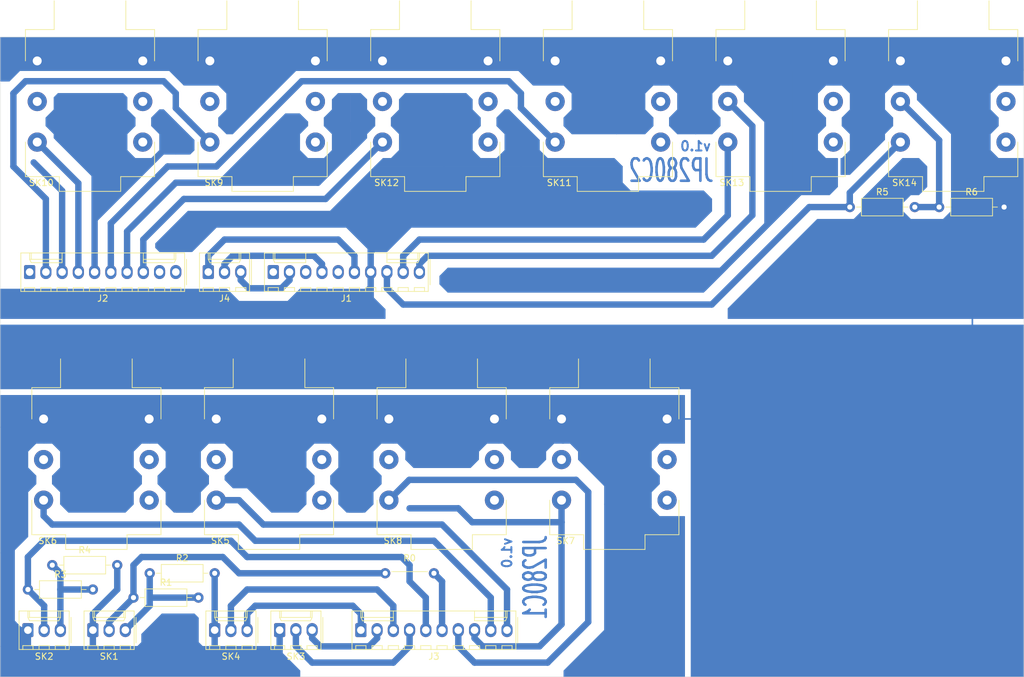
<source format=kicad_pcb>
(kicad_pcb (version 20171130) (host pcbnew 5.1.7-a382d34a8~88~ubuntu16.04.1)

  (general
    (thickness 1.6)
    (drawings 89)
    (tracks 197)
    (zones 0)
    (modules 25)
    (nets 64)
  )

  (page A4)
  (title_block
    (title JP280)
    (date 2020-12-10)
    (rev "C v1.0")
    (company "TAC / Riven Hexagon")
  )

  (layers
    (0 F.Cu signal)
    (31 B.Cu signal)
    (32 B.Adhes user)
    (33 F.Adhes user)
    (34 B.Paste user)
    (35 F.Paste user)
    (36 B.SilkS user)
    (37 F.SilkS user)
    (38 B.Mask user)
    (39 F.Mask user hide)
    (40 Dwgs.User user)
    (41 Cmts.User user)
    (42 Eco1.User user)
    (43 Eco2.User user)
    (44 Edge.Cuts user)
    (45 Margin user)
    (46 B.CrtYd user)
    (47 F.CrtYd user)
    (48 B.Fab user)
    (49 F.Fab user)
  )

  (setup
    (last_trace_width 0.25)
    (user_trace_width 1)
    (trace_clearance 0.2)
    (zone_clearance 0.508)
    (zone_45_only no)
    (trace_min 0.2)
    (via_size 0.8)
    (via_drill 0.4)
    (via_min_size 0.4)
    (via_min_drill 0.3)
    (uvia_size 0.3)
    (uvia_drill 0.1)
    (uvias_allowed no)
    (uvia_min_size 0.2)
    (uvia_min_drill 0.1)
    (edge_width 0.1)
    (segment_width 0.2)
    (pcb_text_width 0.3)
    (pcb_text_size 1.5 1.5)
    (mod_edge_width 0.15)
    (mod_text_size 1 1)
    (mod_text_width 0.15)
    (pad_size 1.524 1.524)
    (pad_drill 0.762)
    (pad_to_mask_clearance 0)
    (aux_axis_origin 0 0)
    (visible_elements FFFFFF7F)
    (pcbplotparams
      (layerselection 0x01200_7ffffffe)
      (usegerberextensions false)
      (usegerberattributes true)
      (usegerberadvancedattributes true)
      (creategerberjobfile true)
      (excludeedgelayer false)
      (linewidth 0.100000)
      (plotframeref false)
      (viasonmask false)
      (mode 1)
      (useauxorigin false)
      (hpglpennumber 1)
      (hpglpenspeed 20)
      (hpglpendiameter 15.000000)
      (psnegative false)
      (psa4output false)
      (plotreference true)
      (plotvalue true)
      (plotinvisibletext false)
      (padsonsilk false)
      (subtractmaskfromsilk false)
      (outputformat 3)
      (mirror false)
      (drillshape 1)
      (scaleselection 1)
      (outputdirectory ""))
  )

  (net 0 "")
  (net 1 "Net-(J1-Pad10)")
  (net 2 "Net-(J1-Pad9)")
  (net 3 "Net-(J1-Pad8)")
  (net 4 "Net-(J1-Pad7)")
  (net 5 "Net-(J1-Pad6)")
  (net 6 "Net-(J1-Pad5)")
  (net 7 "Net-(J1-Pad4)")
  (net 8 "Net-(J1-Pad3)")
  (net 9 "Net-(J1-Pad2)")
  (net 10 "Net-(J1-Pad1)")
  (net 11 "Net-(J2-Pad10)")
  (net 12 "Net-(J2-Pad9)")
  (net 13 "Net-(J2-Pad8)")
  (net 14 "Net-(J2-Pad7)")
  (net 15 "Net-(J2-Pad6)")
  (net 16 "Net-(J2-Pad5)")
  (net 17 "Net-(J2-Pad4)")
  (net 18 "Net-(J2-Pad3)")
  (net 19 "Net-(J2-Pad2)")
  (net 20 "Net-(J2-Pad1)")
  (net 21 "Net-(J3-Pad10)")
  (net 22 "Net-(J3-Pad9)")
  (net 23 "Net-(J3-Pad8)")
  (net 24 "Net-(J3-Pad7)")
  (net 25 "Net-(J3-Pad6)")
  (net 26 "Net-(J3-Pad5)")
  (net 27 "Net-(J3-Pad4)")
  (net 28 "Net-(J3-Pad3)")
  (net 29 "Net-(J3-Pad2)")
  (net 30 "Net-(J3-Pad1)")
  (net 31 "Net-(R0-Pad1)")
  (net 32 "Net-(R1-Pad2)")
  (net 33 GND)
  (net 34 "Net-(R3-Pad2)")
  (net 35 "Net-(R5-Pad2)")
  (net 36 "Net-(SK5-PadR)")
  (net 37 "Net-(SK5-PadRN)")
  (net 38 "Net-(SK5-PadTN)")
  (net 39 "Net-(SK6-PadR)")
  (net 40 "Net-(SK6-PadRN)")
  (net 41 "Net-(SK6-PadTN)")
  (net 42 "Net-(SK7-PadR)")
  (net 43 "Net-(SK7-PadRN)")
  (net 44 "Net-(SK7-PadTN)")
  (net 45 "Net-(SK8-PadR)")
  (net 46 "Net-(SK8-PadRN)")
  (net 47 "Net-(SK8-PadTN)")
  (net 48 "Net-(SK9-PadR)")
  (net 49 "Net-(SK9-PadRN)")
  (net 50 "Net-(SK9-PadTN)")
  (net 51 "Net-(SK10-PadR)")
  (net 52 "Net-(SK10-PadRN)")
  (net 53 "Net-(SK10-PadTN)")
  (net 54 "Net-(SK11-PadR)")
  (net 55 "Net-(SK11-PadRN)")
  (net 56 "Net-(SK11-PadTN)")
  (net 57 "Net-(SK12-PadR)")
  (net 58 "Net-(SK12-PadRN)")
  (net 59 "Net-(SK12-PadTN)")
  (net 60 "Net-(SK13-PadRN)")
  (net 61 "Net-(SK13-PadTN)")
  (net 62 "Net-(SK14-PadRN)")
  (net 63 "Net-(SK14-PadTN)")

  (net_class Default "This is the default net class."
    (clearance 0.2)
    (trace_width 0.25)
    (via_dia 0.8)
    (via_drill 0.4)
    (uvia_dia 0.3)
    (uvia_drill 0.1)
    (add_net GND)
    (add_net "Net-(J1-Pad1)")
    (add_net "Net-(J1-Pad10)")
    (add_net "Net-(J1-Pad2)")
    (add_net "Net-(J1-Pad3)")
    (add_net "Net-(J1-Pad4)")
    (add_net "Net-(J1-Pad5)")
    (add_net "Net-(J1-Pad6)")
    (add_net "Net-(J1-Pad7)")
    (add_net "Net-(J1-Pad8)")
    (add_net "Net-(J1-Pad9)")
    (add_net "Net-(J2-Pad1)")
    (add_net "Net-(J2-Pad10)")
    (add_net "Net-(J2-Pad2)")
    (add_net "Net-(J2-Pad3)")
    (add_net "Net-(J2-Pad4)")
    (add_net "Net-(J2-Pad5)")
    (add_net "Net-(J2-Pad6)")
    (add_net "Net-(J2-Pad7)")
    (add_net "Net-(J2-Pad8)")
    (add_net "Net-(J2-Pad9)")
    (add_net "Net-(J3-Pad1)")
    (add_net "Net-(J3-Pad10)")
    (add_net "Net-(J3-Pad2)")
    (add_net "Net-(J3-Pad3)")
    (add_net "Net-(J3-Pad4)")
    (add_net "Net-(J3-Pad5)")
    (add_net "Net-(J3-Pad6)")
    (add_net "Net-(J3-Pad7)")
    (add_net "Net-(J3-Pad8)")
    (add_net "Net-(J3-Pad9)")
    (add_net "Net-(R0-Pad1)")
    (add_net "Net-(R1-Pad2)")
    (add_net "Net-(R3-Pad2)")
    (add_net "Net-(R5-Pad2)")
    (add_net "Net-(SK10-PadR)")
    (add_net "Net-(SK10-PadRN)")
    (add_net "Net-(SK10-PadTN)")
    (add_net "Net-(SK11-PadR)")
    (add_net "Net-(SK11-PadRN)")
    (add_net "Net-(SK11-PadTN)")
    (add_net "Net-(SK12-PadR)")
    (add_net "Net-(SK12-PadRN)")
    (add_net "Net-(SK12-PadTN)")
    (add_net "Net-(SK13-PadRN)")
    (add_net "Net-(SK13-PadTN)")
    (add_net "Net-(SK14-PadRN)")
    (add_net "Net-(SK14-PadTN)")
    (add_net "Net-(SK5-PadR)")
    (add_net "Net-(SK5-PadRN)")
    (add_net "Net-(SK5-PadTN)")
    (add_net "Net-(SK6-PadR)")
    (add_net "Net-(SK6-PadRN)")
    (add_net "Net-(SK6-PadTN)")
    (add_net "Net-(SK7-PadR)")
    (add_net "Net-(SK7-PadRN)")
    (add_net "Net-(SK7-PadTN)")
    (add_net "Net-(SK8-PadR)")
    (add_net "Net-(SK8-PadRN)")
    (add_net "Net-(SK8-PadTN)")
    (add_net "Net-(SK9-PadR)")
    (add_net "Net-(SK9-PadRN)")
    (add_net "Net-(SK9-PadTN)")
  )

  (module TAC:Molex_KK-254_AE-6410-10A_1x10_P2.54mm_Vertical_reversed (layer F.Cu) (tedit 5FB7B9B0) (tstamp 5FD2906B)
    (at 57.42 116.72 180)
    (descr "Molex KK-254 Interconnect System, old/engineering part number: AE-6410-10A example for new part number: 22-27-2101, 10 Pins (http://www.molex.com/pdm_docs/sd/022272021_sd.pdf), generated with kicad-footprint-generator")
    (tags "connector Molex KK-254 vertical")
    (path /5FC42E55)
    (fp_text reference J2 (at 11.43 -4.12 180) (layer F.SilkS)
      (effects (font (size 1 1) (thickness 0.15)))
    )
    (fp_text value "Ribbon Cable (B)" (at 11.43 4.08 180) (layer F.Fab)
      (effects (font (size 1 1) (thickness 0.15)))
    )
    (fp_line (start -1.27 -2.92) (end -1.27 2.88) (layer F.Fab) (width 0.1))
    (fp_line (start -1.27 2.88) (end 24.13 2.88) (layer F.Fab) (width 0.1))
    (fp_line (start 24.13 2.88) (end 24.13 -2.92) (layer F.Fab) (width 0.1))
    (fp_line (start 24.13 -2.92) (end -1.27 -2.92) (layer F.Fab) (width 0.1))
    (fp_line (start -1.38 -3.03) (end -1.38 2.99) (layer F.SilkS) (width 0.12))
    (fp_line (start -1.38 2.99) (end 24.24 2.99) (layer F.SilkS) (width 0.12))
    (fp_line (start 24.24 2.99) (end 24.24 -3.03) (layer F.SilkS) (width 0.12))
    (fp_line (start 24.24 -3.03) (end -1.38 -3.03) (layer F.SilkS) (width 0.12))
    (fp_line (start -1.67 -2) (end -1.67 2) (layer F.SilkS) (width 0.12))
    (fp_line (start -1.27 -0.5) (end -0.562893 0) (layer F.Fab) (width 0.1))
    (fp_line (start -0.562893 0) (end -1.27 0.5) (layer F.Fab) (width 0.1))
    (fp_line (start 0 2.99) (end 0 1.99) (layer F.SilkS) (width 0.12))
    (fp_line (start 0 1.99) (end 5.08 1.99) (layer F.SilkS) (width 0.12))
    (fp_line (start 5.08 1.99) (end 5.08 2.99) (layer F.SilkS) (width 0.12))
    (fp_line (start 0 1.99) (end 0.25 1.46) (layer F.SilkS) (width 0.12))
    (fp_line (start 0.25 1.46) (end 5.08 1.46) (layer F.SilkS) (width 0.12))
    (fp_line (start 5.08 1.46) (end 5.08 1.99) (layer F.SilkS) (width 0.12))
    (fp_line (start 0.25 2.99) (end 0.25 1.99) (layer F.SilkS) (width 0.12))
    (fp_line (start 22.86 2.99) (end 22.86 1.99) (layer F.SilkS) (width 0.12))
    (fp_line (start 22.86 1.99) (end 17.78 1.99) (layer F.SilkS) (width 0.12))
    (fp_line (start 17.78 1.99) (end 17.78 2.99) (layer F.SilkS) (width 0.12))
    (fp_line (start 22.86 1.99) (end 22.61 1.46) (layer F.SilkS) (width 0.12))
    (fp_line (start 22.61 1.46) (end 17.78 1.46) (layer F.SilkS) (width 0.12))
    (fp_line (start 17.78 1.46) (end 17.78 1.99) (layer F.SilkS) (width 0.12))
    (fp_line (start 22.61 2.99) (end 22.61 1.99) (layer F.SilkS) (width 0.12))
    (fp_line (start -0.8 -3.03) (end -0.8 -2.43) (layer F.SilkS) (width 0.12))
    (fp_line (start -0.8 -2.43) (end 0.8 -2.43) (layer F.SilkS) (width 0.12))
    (fp_line (start 0.8 -2.43) (end 0.8 -3.03) (layer F.SilkS) (width 0.12))
    (fp_line (start 1.74 -3.03) (end 1.74 -2.43) (layer F.SilkS) (width 0.12))
    (fp_line (start 1.74 -2.43) (end 3.34 -2.43) (layer F.SilkS) (width 0.12))
    (fp_line (start 3.34 -2.43) (end 3.34 -3.03) (layer F.SilkS) (width 0.12))
    (fp_line (start 4.28 -3.03) (end 4.28 -2.43) (layer F.SilkS) (width 0.12))
    (fp_line (start 4.28 -2.43) (end 5.88 -2.43) (layer F.SilkS) (width 0.12))
    (fp_line (start 5.88 -2.43) (end 5.88 -3.03) (layer F.SilkS) (width 0.12))
    (fp_line (start 6.82 -3.03) (end 6.82 -2.43) (layer F.SilkS) (width 0.12))
    (fp_line (start 6.82 -2.43) (end 8.42 -2.43) (layer F.SilkS) (width 0.12))
    (fp_line (start 8.42 -2.43) (end 8.42 -3.03) (layer F.SilkS) (width 0.12))
    (fp_line (start 9.36 -3.03) (end 9.36 -2.43) (layer F.SilkS) (width 0.12))
    (fp_line (start 9.36 -2.43) (end 10.96 -2.43) (layer F.SilkS) (width 0.12))
    (fp_line (start 10.96 -2.43) (end 10.96 -3.03) (layer F.SilkS) (width 0.12))
    (fp_line (start 11.9 -3.03) (end 11.9 -2.43) (layer F.SilkS) (width 0.12))
    (fp_line (start 11.9 -2.43) (end 13.5 -2.43) (layer F.SilkS) (width 0.12))
    (fp_line (start 13.5 -2.43) (end 13.5 -3.03) (layer F.SilkS) (width 0.12))
    (fp_line (start 14.44 -3.03) (end 14.44 -2.43) (layer F.SilkS) (width 0.12))
    (fp_line (start 14.44 -2.43) (end 16.04 -2.43) (layer F.SilkS) (width 0.12))
    (fp_line (start 16.04 -2.43) (end 16.04 -3.03) (layer F.SilkS) (width 0.12))
    (fp_line (start 16.98 -3.03) (end 16.98 -2.43) (layer F.SilkS) (width 0.12))
    (fp_line (start 16.98 -2.43) (end 18.58 -2.43) (layer F.SilkS) (width 0.12))
    (fp_line (start 18.58 -2.43) (end 18.58 -3.03) (layer F.SilkS) (width 0.12))
    (fp_line (start 19.52 -3.03) (end 19.52 -2.43) (layer F.SilkS) (width 0.12))
    (fp_line (start 19.52 -2.43) (end 21.12 -2.43) (layer F.SilkS) (width 0.12))
    (fp_line (start 21.12 -2.43) (end 21.12 -3.03) (layer F.SilkS) (width 0.12))
    (fp_line (start 22.06 -3.03) (end 22.06 -2.43) (layer F.SilkS) (width 0.12))
    (fp_line (start 22.06 -2.43) (end 23.66 -2.43) (layer F.SilkS) (width 0.12))
    (fp_line (start 23.66 -2.43) (end 23.66 -3.03) (layer F.SilkS) (width 0.12))
    (fp_line (start -1.77 -3.42) (end -1.77 3.38) (layer F.CrtYd) (width 0.05))
    (fp_line (start -1.77 3.38) (end 24.63 3.38) (layer F.CrtYd) (width 0.05))
    (fp_line (start 24.63 3.38) (end 24.63 -3.42) (layer F.CrtYd) (width 0.05))
    (fp_line (start 24.63 -3.42) (end -1.77 -3.42) (layer F.CrtYd) (width 0.05))
    (fp_text user %R (at 11.43 -2.22 180) (layer F.Fab)
      (effects (font (size 1 1) (thickness 0.15)))
    )
    (pad 10 thru_hole oval (at 0 0 180) (size 1.74 2.19) (drill 1.19) (layers *.Cu *.Mask)
      (net 11 "Net-(J2-Pad10)"))
    (pad 9 thru_hole oval (at 2.54 0 180) (size 1.74 2.19) (drill 1.19) (layers *.Cu *.Mask)
      (net 12 "Net-(J2-Pad9)"))
    (pad 8 thru_hole oval (at 5.08 0 180) (size 1.74 2.19) (drill 1.19) (layers *.Cu *.Mask)
      (net 13 "Net-(J2-Pad8)"))
    (pad 7 thru_hole oval (at 7.62 0 180) (size 1.74 2.19) (drill 1.19) (layers *.Cu *.Mask)
      (net 14 "Net-(J2-Pad7)"))
    (pad 6 thru_hole oval (at 10.16 0 180) (size 1.74 2.19) (drill 1.19) (layers *.Cu *.Mask)
      (net 15 "Net-(J2-Pad6)"))
    (pad 5 thru_hole oval (at 12.7 0 180) (size 1.74 2.19) (drill 1.19) (layers *.Cu *.Mask)
      (net 16 "Net-(J2-Pad5)"))
    (pad 4 thru_hole oval (at 15.24 0 180) (size 1.74 2.19) (drill 1.19) (layers *.Cu *.Mask)
      (net 17 "Net-(J2-Pad4)"))
    (pad 3 thru_hole oval (at 17.78 0 180) (size 1.74 2.19) (drill 1.19) (layers *.Cu *.Mask)
      (net 18 "Net-(J2-Pad3)"))
    (pad 2 thru_hole oval (at 20.32 0 180) (size 1.74 2.19) (drill 1.19) (layers *.Cu *.Mask)
      (net 19 "Net-(J2-Pad2)"))
    (pad 1 thru_hole roundrect (at 22.86 0 180) (size 1.74 2.19) (drill 1.19) (layers *.Cu *.Mask) (roundrect_rratio 0.1439994252873563)
      (net 20 "Net-(J2-Pad1)"))
    (model ${KISYS3DMOD}/Connector_Molex.3dshapes/Molex_KK-254_AE-6410-10A_1x10_P2.54mm_Vertical.wrl
      (at (xyz 0 0 0))
      (scale (xyz 1 1 1))
      (rotate (xyz 0 0 0))
    )
  )

  (module TAC:CL13345 (layer F.Cu) (tedit 5F96A063) (tstamp 5FD29046)
    (at 125 83.7 90)
    (path /5FC3D3FC)
    (fp_text reference SK11 (at -19.05 -7.62 180) (layer F.SilkS)
      (effects (font (size 1 1) (thickness 0.15)))
    )
    (fp_text value "Left Tape 1" (at -6.35 -1.27 270) (layer F.Fab)
      (effects (font (size 1 1) (thickness 0.15)))
    )
    (fp_line (start -20.5 10.1) (end -20.5 -10.1) (layer F.CrtYd) (width 0.05))
    (fp_line (start 9.5 10.1) (end -20.5 10.1) (layer F.CrtYd) (width 0.05))
    (fp_line (start 9.5 -10.1) (end 9.5 10.1) (layer F.CrtYd) (width 0.05))
    (fp_line (start -20.5 -10.1) (end 9.5 -10.1) (layer F.CrtYd) (width 0.05))
    (fp_line (start 4.8 -10) (end 4.8 10) (layer F.Fab) (width 0.12))
    (fp_line (start 4.8 -10) (end -18 -10) (layer F.Fab) (width 0.12))
    (fp_line (start -18 -10) (end -18 10) (layer F.Fab) (width 0.12))
    (fp_line (start -18 10) (end 4.8 10) (layer F.Fab) (width 0.12))
    (fp_line (start -20.3 4.7) (end -20.3 -4.7) (layer F.Fab) (width 0.12))
    (fp_line (start -20.3 -4.7) (end -18 -4.7) (layer F.Fab) (width 0.12))
    (fp_line (start -20.3 4.7) (end -18 4.7) (layer F.Fab) (width 0.12))
    (fp_line (start 9.4 5.5) (end 9.4 -5.5) (layer F.Fab) (width 0.12))
    (fp_line (start 9.4 -5.5) (end 4.8 -5.5) (layer F.Fab) (width 0.12))
    (fp_line (start 9.4 5.5) (end 4.8 5.5) (layer F.Fab) (width 0.12))
    (fp_line (start 9.4 -5.6) (end 4.9 -5.6) (layer F.SilkS) (width 0.12))
    (fp_line (start 4.9 -5.6) (end 4.9 -10.1) (layer F.SilkS) (width 0.12))
    (fp_line (start 4.9 -10.1) (end 0 -10.1) (layer F.SilkS) (width 0.12))
    (fp_line (start 9.4 5.6) (end 4.9 5.6) (layer F.SilkS) (width 0.12))
    (fp_line (start 4.9 5.6) (end 4.9 10.1) (layer F.SilkS) (width 0.12))
    (fp_line (start 4.9 10.1) (end 0 10.1) (layer F.SilkS) (width 0.12))
    (fp_line (start -12.7 -10.1) (end -18.1 -10.1) (layer F.SilkS) (width 0.12))
    (fp_line (start -18.1 -10.1) (end -18.1 -4.8) (layer F.SilkS) (width 0.12))
    (fp_line (start -18.1 -4.8) (end -20.4 -4.8) (layer F.SilkS) (width 0.12))
    (fp_line (start -20.4 -4.8) (end -20.4 4.8) (layer F.SilkS) (width 0.12))
    (fp_line (start -20.4 4.8) (end -18.1 4.8) (layer F.SilkS) (width 0.12))
    (fp_line (start -18.1 4.8) (end -18.1 10.1) (layer F.SilkS) (width 0.12))
    (fp_line (start -18.1 10.1) (end -12.7 10.1) (layer F.SilkS) (width 0.12))
    (fp_text user Jack_6.35mm_Cliff_CL13345 (at -6.35 1.27 90) (layer F.Fab)
      (effects (font (size 1 1) (thickness 0.15)))
    )
    (pad S thru_hole circle (at 0 -8.255 180) (size 3 3) (drill 1.4) (layers *.Cu *.Mask)
      (net 33 GND))
    (pad T thru_hole circle (at -12.7 -8.255 180) (size 3 3) (drill 1.4) (layers *.Cu *.Mask)
      (net 15 "Net-(J2-Pad6)"))
    (pad R thru_hole circle (at -6.35 -8.255 180) (size 3 3) (drill 1.4) (layers *.Cu *.Mask)
      (net 54 "Net-(SK11-PadR)"))
    (pad SN thru_hole circle (at 0 8.255 180) (size 3 3) (drill 1.4) (layers *.Cu *.Mask)
      (net 33 GND))
    (pad RN thru_hole circle (at -6.35 8.255 180) (size 3 3) (drill 1.4) (layers *.Cu *.Mask)
      (net 55 "Net-(SK11-PadRN)"))
    (pad TN thru_hole circle (at -12.7 8.255 180) (size 3 3) (drill 1.4) (layers *.Cu *.Mask)
      (net 56 "Net-(SK11-PadTN)"))
    (model ${KIPRJMOD}/local-libs/local-3dmodels/CL13345.step
      (offset (xyz -18 -10 0))
      (scale (xyz 1 1 1))
      (rotate (xyz 0 0 -90))
    )
  )

  (module TAC:CL13345 (layer F.Cu) (tedit 5F96A063) (tstamp 5FD29021)
    (at 98 83.7 90)
    (path /5FC3DE3E)
    (fp_text reference SK12 (at -19.05 -7.62 180) (layer F.SilkS)
      (effects (font (size 1 1) (thickness 0.15)))
    )
    (fp_text value "Right Tape 1" (at -6.35 -1.27 270) (layer F.Fab)
      (effects (font (size 1 1) (thickness 0.15)))
    )
    (fp_line (start -20.5 10.1) (end -20.5 -10.1) (layer F.CrtYd) (width 0.05))
    (fp_line (start 9.5 10.1) (end -20.5 10.1) (layer F.CrtYd) (width 0.05))
    (fp_line (start 9.5 -10.1) (end 9.5 10.1) (layer F.CrtYd) (width 0.05))
    (fp_line (start -20.5 -10.1) (end 9.5 -10.1) (layer F.CrtYd) (width 0.05))
    (fp_line (start 4.8 -10) (end 4.8 10) (layer F.Fab) (width 0.12))
    (fp_line (start 4.8 -10) (end -18 -10) (layer F.Fab) (width 0.12))
    (fp_line (start -18 -10) (end -18 10) (layer F.Fab) (width 0.12))
    (fp_line (start -18 10) (end 4.8 10) (layer F.Fab) (width 0.12))
    (fp_line (start -20.3 4.7) (end -20.3 -4.7) (layer F.Fab) (width 0.12))
    (fp_line (start -20.3 -4.7) (end -18 -4.7) (layer F.Fab) (width 0.12))
    (fp_line (start -20.3 4.7) (end -18 4.7) (layer F.Fab) (width 0.12))
    (fp_line (start 9.4 5.5) (end 9.4 -5.5) (layer F.Fab) (width 0.12))
    (fp_line (start 9.4 -5.5) (end 4.8 -5.5) (layer F.Fab) (width 0.12))
    (fp_line (start 9.4 5.5) (end 4.8 5.5) (layer F.Fab) (width 0.12))
    (fp_line (start 9.4 -5.6) (end 4.9 -5.6) (layer F.SilkS) (width 0.12))
    (fp_line (start 4.9 -5.6) (end 4.9 -10.1) (layer F.SilkS) (width 0.12))
    (fp_line (start 4.9 -10.1) (end 0 -10.1) (layer F.SilkS) (width 0.12))
    (fp_line (start 9.4 5.6) (end 4.9 5.6) (layer F.SilkS) (width 0.12))
    (fp_line (start 4.9 5.6) (end 4.9 10.1) (layer F.SilkS) (width 0.12))
    (fp_line (start 4.9 10.1) (end 0 10.1) (layer F.SilkS) (width 0.12))
    (fp_line (start -12.7 -10.1) (end -18.1 -10.1) (layer F.SilkS) (width 0.12))
    (fp_line (start -18.1 -10.1) (end -18.1 -4.8) (layer F.SilkS) (width 0.12))
    (fp_line (start -18.1 -4.8) (end -20.4 -4.8) (layer F.SilkS) (width 0.12))
    (fp_line (start -20.4 -4.8) (end -20.4 4.8) (layer F.SilkS) (width 0.12))
    (fp_line (start -20.4 4.8) (end -18.1 4.8) (layer F.SilkS) (width 0.12))
    (fp_line (start -18.1 4.8) (end -18.1 10.1) (layer F.SilkS) (width 0.12))
    (fp_line (start -18.1 10.1) (end -12.7 10.1) (layer F.SilkS) (width 0.12))
    (fp_text user Jack_6.35mm_Cliff_CL13345 (at -6.35 1.27 90) (layer F.Fab)
      (effects (font (size 1 1) (thickness 0.15)))
    )
    (pad S thru_hole circle (at 0 -8.255 180) (size 3 3) (drill 1.4) (layers *.Cu *.Mask)
      (net 33 GND))
    (pad T thru_hole circle (at -12.7 -8.255 180) (size 3 3) (drill 1.4) (layers *.Cu *.Mask)
      (net 13 "Net-(J2-Pad8)"))
    (pad R thru_hole circle (at -6.35 -8.255 180) (size 3 3) (drill 1.4) (layers *.Cu *.Mask)
      (net 57 "Net-(SK12-PadR)"))
    (pad SN thru_hole circle (at 0 8.255 180) (size 3 3) (drill 1.4) (layers *.Cu *.Mask)
      (net 33 GND))
    (pad RN thru_hole circle (at -6.35 8.255 180) (size 3 3) (drill 1.4) (layers *.Cu *.Mask)
      (net 58 "Net-(SK12-PadRN)"))
    (pad TN thru_hole circle (at -12.7 8.255 180) (size 3 3) (drill 1.4) (layers *.Cu *.Mask)
      (net 59 "Net-(SK12-PadTN)"))
    (model ${KIPRJMOD}/local-libs/local-3dmodels/CL13345.step
      (offset (xyz -18 -10 0))
      (scale (xyz 1 1 1))
      (rotate (xyz 0 0 -90))
    )
  )

  (module Resistor_THT:R_Axial_DIN0207_L6.3mm_D2.5mm_P10.16mm_Horizontal (layer F.Cu) (tedit 5AE5139B) (tstamp 5FD2900B)
    (at 162.83 106.56)
    (descr "Resistor, Axial_DIN0207 series, Axial, Horizontal, pin pitch=10.16mm, 0.25W = 1/4W, length*diameter=6.3*2.5mm^2, http://cdn-reichelt.de/documents/datenblatt/B400/1_4W%23YAG.pdf")
    (tags "Resistor Axial_DIN0207 series Axial Horizontal pin pitch 10.16mm 0.25W = 1/4W length 6.3mm diameter 2.5mm")
    (path /5FC52D89)
    (fp_text reference R5 (at 5.08 -2.37) (layer F.SilkS)
      (effects (font (size 1 1) (thickness 0.15)))
    )
    (fp_text value 10k (at 5.08 2.37) (layer F.Fab)
      (effects (font (size 1 1) (thickness 0.15)))
    )
    (fp_line (start 1.93 -1.25) (end 1.93 1.25) (layer F.Fab) (width 0.1))
    (fp_line (start 1.93 1.25) (end 8.23 1.25) (layer F.Fab) (width 0.1))
    (fp_line (start 8.23 1.25) (end 8.23 -1.25) (layer F.Fab) (width 0.1))
    (fp_line (start 8.23 -1.25) (end 1.93 -1.25) (layer F.Fab) (width 0.1))
    (fp_line (start 0 0) (end 1.93 0) (layer F.Fab) (width 0.1))
    (fp_line (start 10.16 0) (end 8.23 0) (layer F.Fab) (width 0.1))
    (fp_line (start 1.81 -1.37) (end 1.81 1.37) (layer F.SilkS) (width 0.12))
    (fp_line (start 1.81 1.37) (end 8.35 1.37) (layer F.SilkS) (width 0.12))
    (fp_line (start 8.35 1.37) (end 8.35 -1.37) (layer F.SilkS) (width 0.12))
    (fp_line (start 8.35 -1.37) (end 1.81 -1.37) (layer F.SilkS) (width 0.12))
    (fp_line (start 1.04 0) (end 1.81 0) (layer F.SilkS) (width 0.12))
    (fp_line (start 9.12 0) (end 8.35 0) (layer F.SilkS) (width 0.12))
    (fp_line (start -1.05 -1.5) (end -1.05 1.5) (layer F.CrtYd) (width 0.05))
    (fp_line (start -1.05 1.5) (end 11.21 1.5) (layer F.CrtYd) (width 0.05))
    (fp_line (start 11.21 1.5) (end 11.21 -1.5) (layer F.CrtYd) (width 0.05))
    (fp_line (start 11.21 -1.5) (end -1.05 -1.5) (layer F.CrtYd) (width 0.05))
    (fp_text user %R (at 5.08 0) (layer F.Fab)
      (effects (font (size 1 1) (thickness 0.15)))
    )
    (pad 2 thru_hole oval (at 10.16 0) (size 1.6 1.6) (drill 0.8) (layers *.Cu *.Mask)
      (net 35 "Net-(R5-Pad2)"))
    (pad 1 thru_hole circle (at 0 0) (size 1.6 1.6) (drill 0.8) (layers *.Cu *.Mask)
      (net 3 "Net-(J1-Pad8)"))
    (model ${KISYS3DMOD}/Resistor_THT.3dshapes/R_Axial_DIN0207_L6.3mm_D2.5mm_P10.16mm_Horizontal.wrl
      (at (xyz 0 0 0))
      (scale (xyz 1 1 1))
      (rotate (xyz 0 0 0))
    )
  )

  (module TAC:CL13345 (layer F.Cu) (tedit 5F96A063) (tstamp 5FD28FE6)
    (at 71 83.7 90)
    (path /5FC3E872)
    (fp_text reference SK9 (at -19.05 -7.62 180) (layer F.SilkS)
      (effects (font (size 1 1) (thickness 0.15)))
    )
    (fp_text value "Left Tape 2" (at -6.35 -1.27 270) (layer F.Fab)
      (effects (font (size 1 1) (thickness 0.15)))
    )
    (fp_line (start -20.5 10.1) (end -20.5 -10.1) (layer F.CrtYd) (width 0.05))
    (fp_line (start 9.5 10.1) (end -20.5 10.1) (layer F.CrtYd) (width 0.05))
    (fp_line (start 9.5 -10.1) (end 9.5 10.1) (layer F.CrtYd) (width 0.05))
    (fp_line (start -20.5 -10.1) (end 9.5 -10.1) (layer F.CrtYd) (width 0.05))
    (fp_line (start 4.8 -10) (end 4.8 10) (layer F.Fab) (width 0.12))
    (fp_line (start 4.8 -10) (end -18 -10) (layer F.Fab) (width 0.12))
    (fp_line (start -18 -10) (end -18 10) (layer F.Fab) (width 0.12))
    (fp_line (start -18 10) (end 4.8 10) (layer F.Fab) (width 0.12))
    (fp_line (start -20.3 4.7) (end -20.3 -4.7) (layer F.Fab) (width 0.12))
    (fp_line (start -20.3 -4.7) (end -18 -4.7) (layer F.Fab) (width 0.12))
    (fp_line (start -20.3 4.7) (end -18 4.7) (layer F.Fab) (width 0.12))
    (fp_line (start 9.4 5.5) (end 9.4 -5.5) (layer F.Fab) (width 0.12))
    (fp_line (start 9.4 -5.5) (end 4.8 -5.5) (layer F.Fab) (width 0.12))
    (fp_line (start 9.4 5.5) (end 4.8 5.5) (layer F.Fab) (width 0.12))
    (fp_line (start 9.4 -5.6) (end 4.9 -5.6) (layer F.SilkS) (width 0.12))
    (fp_line (start 4.9 -5.6) (end 4.9 -10.1) (layer F.SilkS) (width 0.12))
    (fp_line (start 4.9 -10.1) (end 0 -10.1) (layer F.SilkS) (width 0.12))
    (fp_line (start 9.4 5.6) (end 4.9 5.6) (layer F.SilkS) (width 0.12))
    (fp_line (start 4.9 5.6) (end 4.9 10.1) (layer F.SilkS) (width 0.12))
    (fp_line (start 4.9 10.1) (end 0 10.1) (layer F.SilkS) (width 0.12))
    (fp_line (start -12.7 -10.1) (end -18.1 -10.1) (layer F.SilkS) (width 0.12))
    (fp_line (start -18.1 -10.1) (end -18.1 -4.8) (layer F.SilkS) (width 0.12))
    (fp_line (start -18.1 -4.8) (end -20.4 -4.8) (layer F.SilkS) (width 0.12))
    (fp_line (start -20.4 -4.8) (end -20.4 4.8) (layer F.SilkS) (width 0.12))
    (fp_line (start -20.4 4.8) (end -18.1 4.8) (layer F.SilkS) (width 0.12))
    (fp_line (start -18.1 4.8) (end -18.1 10.1) (layer F.SilkS) (width 0.12))
    (fp_line (start -18.1 10.1) (end -12.7 10.1) (layer F.SilkS) (width 0.12))
    (fp_text user Jack_6.35mm_Cliff_CL13345 (at -6.35 1.27 90) (layer F.Fab)
      (effects (font (size 1 1) (thickness 0.15)))
    )
    (pad S thru_hole circle (at 0 -8.255 180) (size 3 3) (drill 1.4) (layers *.Cu *.Mask)
      (net 33 GND))
    (pad T thru_hole circle (at -12.7 -8.255 180) (size 3 3) (drill 1.4) (layers *.Cu *.Mask)
      (net 19 "Net-(J2-Pad2)"))
    (pad R thru_hole circle (at -6.35 -8.255 180) (size 3 3) (drill 1.4) (layers *.Cu *.Mask)
      (net 48 "Net-(SK9-PadR)"))
    (pad SN thru_hole circle (at 0 8.255 180) (size 3 3) (drill 1.4) (layers *.Cu *.Mask)
      (net 33 GND))
    (pad RN thru_hole circle (at -6.35 8.255 180) (size 3 3) (drill 1.4) (layers *.Cu *.Mask)
      (net 49 "Net-(SK9-PadRN)"))
    (pad TN thru_hole circle (at -12.7 8.255 180) (size 3 3) (drill 1.4) (layers *.Cu *.Mask)
      (net 50 "Net-(SK9-PadTN)"))
    (model ${KIPRJMOD}/local-libs/local-3dmodels/CL13345.step
      (offset (xyz -18 -10 0))
      (scale (xyz 1 1 1))
      (rotate (xyz 0 0 -90))
    )
  )

  (module Resistor_THT:R_Axial_DIN0207_L6.3mm_D2.5mm_P10.16mm_Horizontal (layer F.Cu) (tedit 5AE5139B) (tstamp 5FD28FD0)
    (at 176.8 106.56)
    (descr "Resistor, Axial_DIN0207 series, Axial, Horizontal, pin pitch=10.16mm, 0.25W = 1/4W, length*diameter=6.3*2.5mm^2, http://cdn-reichelt.de/documents/datenblatt/B400/1_4W%23YAG.pdf")
    (tags "Resistor Axial_DIN0207 series Axial Horizontal pin pitch 10.16mm 0.25W = 1/4W length 6.3mm diameter 2.5mm")
    (path /5FC516D0)
    (fp_text reference R6 (at 5.08 -2.37) (layer F.SilkS)
      (effects (font (size 1 1) (thickness 0.15)))
    )
    (fp_text value 10R (at 5.08 2.37) (layer F.Fab)
      (effects (font (size 1 1) (thickness 0.15)))
    )
    (fp_line (start 1.93 -1.25) (end 1.93 1.25) (layer F.Fab) (width 0.1))
    (fp_line (start 1.93 1.25) (end 8.23 1.25) (layer F.Fab) (width 0.1))
    (fp_line (start 8.23 1.25) (end 8.23 -1.25) (layer F.Fab) (width 0.1))
    (fp_line (start 8.23 -1.25) (end 1.93 -1.25) (layer F.Fab) (width 0.1))
    (fp_line (start 0 0) (end 1.93 0) (layer F.Fab) (width 0.1))
    (fp_line (start 10.16 0) (end 8.23 0) (layer F.Fab) (width 0.1))
    (fp_line (start 1.81 -1.37) (end 1.81 1.37) (layer F.SilkS) (width 0.12))
    (fp_line (start 1.81 1.37) (end 8.35 1.37) (layer F.SilkS) (width 0.12))
    (fp_line (start 8.35 1.37) (end 8.35 -1.37) (layer F.SilkS) (width 0.12))
    (fp_line (start 8.35 -1.37) (end 1.81 -1.37) (layer F.SilkS) (width 0.12))
    (fp_line (start 1.04 0) (end 1.81 0) (layer F.SilkS) (width 0.12))
    (fp_line (start 9.12 0) (end 8.35 0) (layer F.SilkS) (width 0.12))
    (fp_line (start -1.05 -1.5) (end -1.05 1.5) (layer F.CrtYd) (width 0.05))
    (fp_line (start -1.05 1.5) (end 11.21 1.5) (layer F.CrtYd) (width 0.05))
    (fp_line (start 11.21 1.5) (end 11.21 -1.5) (layer F.CrtYd) (width 0.05))
    (fp_line (start 11.21 -1.5) (end -1.05 -1.5) (layer F.CrtYd) (width 0.05))
    (fp_text user %R (at 5.08 0) (layer F.Fab)
      (effects (font (size 1 1) (thickness 0.15)))
    )
    (pad 2 thru_hole oval (at 10.16 0) (size 1.6 1.6) (drill 0.8) (layers *.Cu *.Mask)
      (net 33 GND))
    (pad 1 thru_hole circle (at 0 0) (size 1.6 1.6) (drill 0.8) (layers *.Cu *.Mask)
      (net 35 "Net-(R5-Pad2)"))
    (model ${KISYS3DMOD}/Resistor_THT.3dshapes/R_Axial_DIN0207_L6.3mm_D2.5mm_P10.16mm_Horizontal.wrl
      (at (xyz 0 0 0))
      (scale (xyz 1 1 1))
      (rotate (xyz 0 0 0))
    )
  )

  (module TAC:CL13345 (layer F.Cu) (tedit 5F96A063) (tstamp 5FD28F64)
    (at 152 83.7 90)
    (path /5FC3CD6D)
    (fp_text reference SK13 (at -19.05 -7.62 180) (layer F.SilkS)
      (effects (font (size 1 1) (thickness 0.15)))
    )
    (fp_text value Talkback (at -6.35 -1.27 270) (layer F.Fab)
      (effects (font (size 1 1) (thickness 0.15)))
    )
    (fp_line (start -20.5 10.1) (end -20.5 -10.1) (layer F.CrtYd) (width 0.05))
    (fp_line (start 9.5 10.1) (end -20.5 10.1) (layer F.CrtYd) (width 0.05))
    (fp_line (start 9.5 -10.1) (end 9.5 10.1) (layer F.CrtYd) (width 0.05))
    (fp_line (start -20.5 -10.1) (end 9.5 -10.1) (layer F.CrtYd) (width 0.05))
    (fp_line (start 4.8 -10) (end 4.8 10) (layer F.Fab) (width 0.12))
    (fp_line (start 4.8 -10) (end -18 -10) (layer F.Fab) (width 0.12))
    (fp_line (start -18 -10) (end -18 10) (layer F.Fab) (width 0.12))
    (fp_line (start -18 10) (end 4.8 10) (layer F.Fab) (width 0.12))
    (fp_line (start -20.3 4.7) (end -20.3 -4.7) (layer F.Fab) (width 0.12))
    (fp_line (start -20.3 -4.7) (end -18 -4.7) (layer F.Fab) (width 0.12))
    (fp_line (start -20.3 4.7) (end -18 4.7) (layer F.Fab) (width 0.12))
    (fp_line (start 9.4 5.5) (end 9.4 -5.5) (layer F.Fab) (width 0.12))
    (fp_line (start 9.4 -5.5) (end 4.8 -5.5) (layer F.Fab) (width 0.12))
    (fp_line (start 9.4 5.5) (end 4.8 5.5) (layer F.Fab) (width 0.12))
    (fp_line (start 9.4 -5.6) (end 4.9 -5.6) (layer F.SilkS) (width 0.12))
    (fp_line (start 4.9 -5.6) (end 4.9 -10.1) (layer F.SilkS) (width 0.12))
    (fp_line (start 4.9 -10.1) (end 0 -10.1) (layer F.SilkS) (width 0.12))
    (fp_line (start 9.4 5.6) (end 4.9 5.6) (layer F.SilkS) (width 0.12))
    (fp_line (start 4.9 5.6) (end 4.9 10.1) (layer F.SilkS) (width 0.12))
    (fp_line (start 4.9 10.1) (end 0 10.1) (layer F.SilkS) (width 0.12))
    (fp_line (start -12.7 -10.1) (end -18.1 -10.1) (layer F.SilkS) (width 0.12))
    (fp_line (start -18.1 -10.1) (end -18.1 -4.8) (layer F.SilkS) (width 0.12))
    (fp_line (start -18.1 -4.8) (end -20.4 -4.8) (layer F.SilkS) (width 0.12))
    (fp_line (start -20.4 -4.8) (end -20.4 4.8) (layer F.SilkS) (width 0.12))
    (fp_line (start -20.4 4.8) (end -18.1 4.8) (layer F.SilkS) (width 0.12))
    (fp_line (start -18.1 4.8) (end -18.1 10.1) (layer F.SilkS) (width 0.12))
    (fp_line (start -18.1 10.1) (end -12.7 10.1) (layer F.SilkS) (width 0.12))
    (fp_text user Jack_6.35mm_Cliff_CL13345 (at -6.35 1.27 90) (layer F.Fab)
      (effects (font (size 1 1) (thickness 0.15)))
    )
    (pad S thru_hole circle (at 0 -8.255 180) (size 3 3) (drill 1.4) (layers *.Cu *.Mask)
      (net 33 GND))
    (pad T thru_hole circle (at -12.7 -8.255 180) (size 3 3) (drill 1.4) (layers *.Cu *.Mask)
      (net 2 "Net-(J1-Pad9)"))
    (pad R thru_hole circle (at -6.35 -8.255 180) (size 3 3) (drill 1.4) (layers *.Cu *.Mask)
      (net 1 "Net-(J1-Pad10)"))
    (pad SN thru_hole circle (at 0 8.255 180) (size 3 3) (drill 1.4) (layers *.Cu *.Mask)
      (net 33 GND))
    (pad RN thru_hole circle (at -6.35 8.255 180) (size 3 3) (drill 1.4) (layers *.Cu *.Mask)
      (net 60 "Net-(SK13-PadRN)"))
    (pad TN thru_hole circle (at -12.7 8.255 180) (size 3 3) (drill 1.4) (layers *.Cu *.Mask)
      (net 61 "Net-(SK13-PadTN)"))
    (model ${KIPRJMOD}/local-libs/local-3dmodels/CL13345.step
      (offset (xyz -18 -10 0))
      (scale (xyz 1 1 1))
      (rotate (xyz 0 0 -90))
    )
  )

  (module TAC:Molex_KK-254_AE-6410-10A_1x10_P2.54mm_Vertical_reversed (layer F.Cu) (tedit 5FB7B9B0) (tstamp 5FD28F03)
    (at 95.52 116.72 180)
    (descr "Molex KK-254 Interconnect System, old/engineering part number: AE-6410-10A example for new part number: 22-27-2101, 10 Pins (http://www.molex.com/pdm_docs/sd/022272021_sd.pdf), generated with kicad-footprint-generator")
    (tags "connector Molex KK-254 vertical")
    (path /5FC404B6)
    (fp_text reference J1 (at 11.43 -4.12 180) (layer F.SilkS)
      (effects (font (size 1 1) (thickness 0.15)))
    )
    (fp_text value "Ribbon Cable (A)" (at 11.43 4.08 180) (layer F.Fab)
      (effects (font (size 1 1) (thickness 0.15)))
    )
    (fp_line (start -1.27 -2.92) (end -1.27 2.88) (layer F.Fab) (width 0.1))
    (fp_line (start -1.27 2.88) (end 24.13 2.88) (layer F.Fab) (width 0.1))
    (fp_line (start 24.13 2.88) (end 24.13 -2.92) (layer F.Fab) (width 0.1))
    (fp_line (start 24.13 -2.92) (end -1.27 -2.92) (layer F.Fab) (width 0.1))
    (fp_line (start -1.38 -3.03) (end -1.38 2.99) (layer F.SilkS) (width 0.12))
    (fp_line (start -1.38 2.99) (end 24.24 2.99) (layer F.SilkS) (width 0.12))
    (fp_line (start 24.24 2.99) (end 24.24 -3.03) (layer F.SilkS) (width 0.12))
    (fp_line (start 24.24 -3.03) (end -1.38 -3.03) (layer F.SilkS) (width 0.12))
    (fp_line (start -1.67 -2) (end -1.67 2) (layer F.SilkS) (width 0.12))
    (fp_line (start -1.27 -0.5) (end -0.562893 0) (layer F.Fab) (width 0.1))
    (fp_line (start -0.562893 0) (end -1.27 0.5) (layer F.Fab) (width 0.1))
    (fp_line (start 0 2.99) (end 0 1.99) (layer F.SilkS) (width 0.12))
    (fp_line (start 0 1.99) (end 5.08 1.99) (layer F.SilkS) (width 0.12))
    (fp_line (start 5.08 1.99) (end 5.08 2.99) (layer F.SilkS) (width 0.12))
    (fp_line (start 0 1.99) (end 0.25 1.46) (layer F.SilkS) (width 0.12))
    (fp_line (start 0.25 1.46) (end 5.08 1.46) (layer F.SilkS) (width 0.12))
    (fp_line (start 5.08 1.46) (end 5.08 1.99) (layer F.SilkS) (width 0.12))
    (fp_line (start 0.25 2.99) (end 0.25 1.99) (layer F.SilkS) (width 0.12))
    (fp_line (start 22.86 2.99) (end 22.86 1.99) (layer F.SilkS) (width 0.12))
    (fp_line (start 22.86 1.99) (end 17.78 1.99) (layer F.SilkS) (width 0.12))
    (fp_line (start 17.78 1.99) (end 17.78 2.99) (layer F.SilkS) (width 0.12))
    (fp_line (start 22.86 1.99) (end 22.61 1.46) (layer F.SilkS) (width 0.12))
    (fp_line (start 22.61 1.46) (end 17.78 1.46) (layer F.SilkS) (width 0.12))
    (fp_line (start 17.78 1.46) (end 17.78 1.99) (layer F.SilkS) (width 0.12))
    (fp_line (start 22.61 2.99) (end 22.61 1.99) (layer F.SilkS) (width 0.12))
    (fp_line (start -0.8 -3.03) (end -0.8 -2.43) (layer F.SilkS) (width 0.12))
    (fp_line (start -0.8 -2.43) (end 0.8 -2.43) (layer F.SilkS) (width 0.12))
    (fp_line (start 0.8 -2.43) (end 0.8 -3.03) (layer F.SilkS) (width 0.12))
    (fp_line (start 1.74 -3.03) (end 1.74 -2.43) (layer F.SilkS) (width 0.12))
    (fp_line (start 1.74 -2.43) (end 3.34 -2.43) (layer F.SilkS) (width 0.12))
    (fp_line (start 3.34 -2.43) (end 3.34 -3.03) (layer F.SilkS) (width 0.12))
    (fp_line (start 4.28 -3.03) (end 4.28 -2.43) (layer F.SilkS) (width 0.12))
    (fp_line (start 4.28 -2.43) (end 5.88 -2.43) (layer F.SilkS) (width 0.12))
    (fp_line (start 5.88 -2.43) (end 5.88 -3.03) (layer F.SilkS) (width 0.12))
    (fp_line (start 6.82 -3.03) (end 6.82 -2.43) (layer F.SilkS) (width 0.12))
    (fp_line (start 6.82 -2.43) (end 8.42 -2.43) (layer F.SilkS) (width 0.12))
    (fp_line (start 8.42 -2.43) (end 8.42 -3.03) (layer F.SilkS) (width 0.12))
    (fp_line (start 9.36 -3.03) (end 9.36 -2.43) (layer F.SilkS) (width 0.12))
    (fp_line (start 9.36 -2.43) (end 10.96 -2.43) (layer F.SilkS) (width 0.12))
    (fp_line (start 10.96 -2.43) (end 10.96 -3.03) (layer F.SilkS) (width 0.12))
    (fp_line (start 11.9 -3.03) (end 11.9 -2.43) (layer F.SilkS) (width 0.12))
    (fp_line (start 11.9 -2.43) (end 13.5 -2.43) (layer F.SilkS) (width 0.12))
    (fp_line (start 13.5 -2.43) (end 13.5 -3.03) (layer F.SilkS) (width 0.12))
    (fp_line (start 14.44 -3.03) (end 14.44 -2.43) (layer F.SilkS) (width 0.12))
    (fp_line (start 14.44 -2.43) (end 16.04 -2.43) (layer F.SilkS) (width 0.12))
    (fp_line (start 16.04 -2.43) (end 16.04 -3.03) (layer F.SilkS) (width 0.12))
    (fp_line (start 16.98 -3.03) (end 16.98 -2.43) (layer F.SilkS) (width 0.12))
    (fp_line (start 16.98 -2.43) (end 18.58 -2.43) (layer F.SilkS) (width 0.12))
    (fp_line (start 18.58 -2.43) (end 18.58 -3.03) (layer F.SilkS) (width 0.12))
    (fp_line (start 19.52 -3.03) (end 19.52 -2.43) (layer F.SilkS) (width 0.12))
    (fp_line (start 19.52 -2.43) (end 21.12 -2.43) (layer F.SilkS) (width 0.12))
    (fp_line (start 21.12 -2.43) (end 21.12 -3.03) (layer F.SilkS) (width 0.12))
    (fp_line (start 22.06 -3.03) (end 22.06 -2.43) (layer F.SilkS) (width 0.12))
    (fp_line (start 22.06 -2.43) (end 23.66 -2.43) (layer F.SilkS) (width 0.12))
    (fp_line (start 23.66 -2.43) (end 23.66 -3.03) (layer F.SilkS) (width 0.12))
    (fp_line (start -1.77 -3.42) (end -1.77 3.38) (layer F.CrtYd) (width 0.05))
    (fp_line (start -1.77 3.38) (end 24.63 3.38) (layer F.CrtYd) (width 0.05))
    (fp_line (start 24.63 3.38) (end 24.63 -3.42) (layer F.CrtYd) (width 0.05))
    (fp_line (start 24.63 -3.42) (end -1.77 -3.42) (layer F.CrtYd) (width 0.05))
    (fp_text user %R (at 11.43 -2.22 180) (layer F.Fab)
      (effects (font (size 1 1) (thickness 0.15)))
    )
    (pad 10 thru_hole oval (at 0 0 180) (size 1.74 2.19) (drill 1.19) (layers *.Cu *.Mask)
      (net 1 "Net-(J1-Pad10)"))
    (pad 9 thru_hole oval (at 2.54 0 180) (size 1.74 2.19) (drill 1.19) (layers *.Cu *.Mask)
      (net 2 "Net-(J1-Pad9)"))
    (pad 8 thru_hole oval (at 5.08 0 180) (size 1.74 2.19) (drill 1.19) (layers *.Cu *.Mask)
      (net 3 "Net-(J1-Pad8)"))
    (pad 7 thru_hole oval (at 7.62 0 180) (size 1.74 2.19) (drill 1.19) (layers *.Cu *.Mask)
      (net 4 "Net-(J1-Pad7)"))
    (pad 6 thru_hole oval (at 10.16 0 180) (size 1.74 2.19) (drill 1.19) (layers *.Cu *.Mask)
      (net 5 "Net-(J1-Pad6)"))
    (pad 5 thru_hole oval (at 12.7 0 180) (size 1.74 2.19) (drill 1.19) (layers *.Cu *.Mask)
      (net 6 "Net-(J1-Pad5)"))
    (pad 4 thru_hole oval (at 15.24 0 180) (size 1.74 2.19) (drill 1.19) (layers *.Cu *.Mask)
      (net 7 "Net-(J1-Pad4)"))
    (pad 3 thru_hole oval (at 17.78 0 180) (size 1.74 2.19) (drill 1.19) (layers *.Cu *.Mask)
      (net 8 "Net-(J1-Pad3)"))
    (pad 2 thru_hole oval (at 20.32 0 180) (size 1.74 2.19) (drill 1.19) (layers *.Cu *.Mask)
      (net 9 "Net-(J1-Pad2)"))
    (pad 1 thru_hole roundrect (at 22.86 0 180) (size 1.74 2.19) (drill 1.19) (layers *.Cu *.Mask) (roundrect_rratio 0.1439994252873563)
      (net 10 "Net-(J1-Pad1)"))
    (model ${KISYS3DMOD}/Connector_Molex.3dshapes/Molex_KK-254_AE-6410-10A_1x10_P2.54mm_Vertical.wrl
      (at (xyz 0 0 0))
      (scale (xyz 1 1 1))
      (rotate (xyz 0 0 0))
    )
  )

  (module TAC:CL13345 (layer F.Cu) (tedit 5F96A063) (tstamp 5FD28EDE)
    (at 179 83.7 90)
    (path /5FC3A747)
    (fp_text reference SK14 (at -19.05 -7.62 180) (layer F.SilkS)
      (effects (font (size 1 1) (thickness 0.15)))
    )
    (fp_text value OSC (at -6.35 -1.27 270) (layer F.Fab)
      (effects (font (size 1 1) (thickness 0.15)))
    )
    (fp_line (start -20.5 10.1) (end -20.5 -10.1) (layer F.CrtYd) (width 0.05))
    (fp_line (start 9.5 10.1) (end -20.5 10.1) (layer F.CrtYd) (width 0.05))
    (fp_line (start 9.5 -10.1) (end 9.5 10.1) (layer F.CrtYd) (width 0.05))
    (fp_line (start -20.5 -10.1) (end 9.5 -10.1) (layer F.CrtYd) (width 0.05))
    (fp_line (start 4.8 -10) (end 4.8 10) (layer F.Fab) (width 0.12))
    (fp_line (start 4.8 -10) (end -18 -10) (layer F.Fab) (width 0.12))
    (fp_line (start -18 -10) (end -18 10) (layer F.Fab) (width 0.12))
    (fp_line (start -18 10) (end 4.8 10) (layer F.Fab) (width 0.12))
    (fp_line (start -20.3 4.7) (end -20.3 -4.7) (layer F.Fab) (width 0.12))
    (fp_line (start -20.3 -4.7) (end -18 -4.7) (layer F.Fab) (width 0.12))
    (fp_line (start -20.3 4.7) (end -18 4.7) (layer F.Fab) (width 0.12))
    (fp_line (start 9.4 5.5) (end 9.4 -5.5) (layer F.Fab) (width 0.12))
    (fp_line (start 9.4 -5.5) (end 4.8 -5.5) (layer F.Fab) (width 0.12))
    (fp_line (start 9.4 5.5) (end 4.8 5.5) (layer F.Fab) (width 0.12))
    (fp_line (start 9.4 -5.6) (end 4.9 -5.6) (layer F.SilkS) (width 0.12))
    (fp_line (start 4.9 -5.6) (end 4.9 -10.1) (layer F.SilkS) (width 0.12))
    (fp_line (start 4.9 -10.1) (end 0 -10.1) (layer F.SilkS) (width 0.12))
    (fp_line (start 9.4 5.6) (end 4.9 5.6) (layer F.SilkS) (width 0.12))
    (fp_line (start 4.9 5.6) (end 4.9 10.1) (layer F.SilkS) (width 0.12))
    (fp_line (start 4.9 10.1) (end 0 10.1) (layer F.SilkS) (width 0.12))
    (fp_line (start -12.7 -10.1) (end -18.1 -10.1) (layer F.SilkS) (width 0.12))
    (fp_line (start -18.1 -10.1) (end -18.1 -4.8) (layer F.SilkS) (width 0.12))
    (fp_line (start -18.1 -4.8) (end -20.4 -4.8) (layer F.SilkS) (width 0.12))
    (fp_line (start -20.4 -4.8) (end -20.4 4.8) (layer F.SilkS) (width 0.12))
    (fp_line (start -20.4 4.8) (end -18.1 4.8) (layer F.SilkS) (width 0.12))
    (fp_line (start -18.1 4.8) (end -18.1 10.1) (layer F.SilkS) (width 0.12))
    (fp_line (start -18.1 10.1) (end -12.7 10.1) (layer F.SilkS) (width 0.12))
    (fp_text user Jack_6.35mm_Cliff_CL13345 (at -6.35 1.27 90) (layer F.Fab)
      (effects (font (size 1 1) (thickness 0.15)))
    )
    (pad S thru_hole circle (at 0 -8.255 180) (size 3 3) (drill 1.4) (layers *.Cu *.Mask)
      (net 33 GND))
    (pad T thru_hole circle (at -12.7 -8.255 180) (size 3 3) (drill 1.4) (layers *.Cu *.Mask)
      (net 3 "Net-(J1-Pad8)"))
    (pad R thru_hole circle (at -6.35 -8.255 180) (size 3 3) (drill 1.4) (layers *.Cu *.Mask)
      (net 35 "Net-(R5-Pad2)"))
    (pad SN thru_hole circle (at 0 8.255 180) (size 3 3) (drill 1.4) (layers *.Cu *.Mask)
      (net 33 GND))
    (pad RN thru_hole circle (at -6.35 8.255 180) (size 3 3) (drill 1.4) (layers *.Cu *.Mask)
      (net 62 "Net-(SK14-PadRN)"))
    (pad TN thru_hole circle (at -12.7 8.255 180) (size 3 3) (drill 1.4) (layers *.Cu *.Mask)
      (net 63 "Net-(SK14-PadTN)"))
    (model ${KIPRJMOD}/local-libs/local-3dmodels/CL13345.step
      (offset (xyz -18 -10 0))
      (scale (xyz 1 1 1))
      (rotate (xyz 0 0 -90))
    )
  )

  (module TAC:CL13345 (layer F.Cu) (tedit 5F96A063) (tstamp 5FD28EA5)
    (at 44 83.7 90)
    (path /5FC3F387)
    (fp_text reference SK10 (at -19.05 -7.62 180) (layer F.SilkS)
      (effects (font (size 1 1) (thickness 0.15)))
    )
    (fp_text value "Right Tape 2" (at -6.35 -1.27 270) (layer F.Fab)
      (effects (font (size 1 1) (thickness 0.15)))
    )
    (fp_line (start -20.5 10.1) (end -20.5 -10.1) (layer F.CrtYd) (width 0.05))
    (fp_line (start 9.5 10.1) (end -20.5 10.1) (layer F.CrtYd) (width 0.05))
    (fp_line (start 9.5 -10.1) (end 9.5 10.1) (layer F.CrtYd) (width 0.05))
    (fp_line (start -20.5 -10.1) (end 9.5 -10.1) (layer F.CrtYd) (width 0.05))
    (fp_line (start 4.8 -10) (end 4.8 10) (layer F.Fab) (width 0.12))
    (fp_line (start 4.8 -10) (end -18 -10) (layer F.Fab) (width 0.12))
    (fp_line (start -18 -10) (end -18 10) (layer F.Fab) (width 0.12))
    (fp_line (start -18 10) (end 4.8 10) (layer F.Fab) (width 0.12))
    (fp_line (start -20.3 4.7) (end -20.3 -4.7) (layer F.Fab) (width 0.12))
    (fp_line (start -20.3 -4.7) (end -18 -4.7) (layer F.Fab) (width 0.12))
    (fp_line (start -20.3 4.7) (end -18 4.7) (layer F.Fab) (width 0.12))
    (fp_line (start 9.4 5.5) (end 9.4 -5.5) (layer F.Fab) (width 0.12))
    (fp_line (start 9.4 -5.5) (end 4.8 -5.5) (layer F.Fab) (width 0.12))
    (fp_line (start 9.4 5.5) (end 4.8 5.5) (layer F.Fab) (width 0.12))
    (fp_line (start 9.4 -5.6) (end 4.9 -5.6) (layer F.SilkS) (width 0.12))
    (fp_line (start 4.9 -5.6) (end 4.9 -10.1) (layer F.SilkS) (width 0.12))
    (fp_line (start 4.9 -10.1) (end 0 -10.1) (layer F.SilkS) (width 0.12))
    (fp_line (start 9.4 5.6) (end 4.9 5.6) (layer F.SilkS) (width 0.12))
    (fp_line (start 4.9 5.6) (end 4.9 10.1) (layer F.SilkS) (width 0.12))
    (fp_line (start 4.9 10.1) (end 0 10.1) (layer F.SilkS) (width 0.12))
    (fp_line (start -12.7 -10.1) (end -18.1 -10.1) (layer F.SilkS) (width 0.12))
    (fp_line (start -18.1 -10.1) (end -18.1 -4.8) (layer F.SilkS) (width 0.12))
    (fp_line (start -18.1 -4.8) (end -20.4 -4.8) (layer F.SilkS) (width 0.12))
    (fp_line (start -20.4 -4.8) (end -20.4 4.8) (layer F.SilkS) (width 0.12))
    (fp_line (start -20.4 4.8) (end -18.1 4.8) (layer F.SilkS) (width 0.12))
    (fp_line (start -18.1 4.8) (end -18.1 10.1) (layer F.SilkS) (width 0.12))
    (fp_line (start -18.1 10.1) (end -12.7 10.1) (layer F.SilkS) (width 0.12))
    (fp_text user Jack_6.35mm_Cliff_CL13345 (at -6.35 1.27 90) (layer F.Fab)
      (effects (font (size 1 1) (thickness 0.15)))
    )
    (pad S thru_hole circle (at 0 -8.255 180) (size 3 3) (drill 1.4) (layers *.Cu *.Mask)
      (net 33 GND))
    (pad T thru_hole circle (at -12.7 -8.255 180) (size 3 3) (drill 1.4) (layers *.Cu *.Mask)
      (net 17 "Net-(J2-Pad4)"))
    (pad R thru_hole circle (at -6.35 -8.255 180) (size 3 3) (drill 1.4) (layers *.Cu *.Mask)
      (net 51 "Net-(SK10-PadR)"))
    (pad SN thru_hole circle (at 0 8.255 180) (size 3 3) (drill 1.4) (layers *.Cu *.Mask)
      (net 33 GND))
    (pad RN thru_hole circle (at -6.35 8.255 180) (size 3 3) (drill 1.4) (layers *.Cu *.Mask)
      (net 52 "Net-(SK10-PadRN)"))
    (pad TN thru_hole circle (at -12.7 8.255 180) (size 3 3) (drill 1.4) (layers *.Cu *.Mask)
      (net 53 "Net-(SK10-PadTN)"))
    (model ${KIPRJMOD}/local-libs/local-3dmodels/CL13345.step
      (offset (xyz -18 -10 0))
      (scale (xyz 1 1 1))
      (rotate (xyz 0 0 -90))
    )
  )

  (module TAC:Molex_KK-254_AE-6410-03A_1x03_P2.54mm_Vertical_reversed (layer F.Cu) (tedit 5FC0EAF2) (tstamp 5FD28E7C)
    (at 67.58 116.72 180)
    (descr "Molex KK-254 Interconnect System, old/engineering part number: AE-6410-03A example for new part number: 22-27-2031, 3 Pins (http://www.molex.com/pdm_docs/sd/022272021_sd.pdf), generated with kicad-footprint-generator")
    (tags "connector Molex KK-254 vertical")
    (path /5FC4B371)
    (fp_text reference J4 (at 2.54 -4.12) (layer F.SilkS)
      (effects (font (size 1 1) (thickness 0.15)))
    )
    (fp_text value Meters (at 2.54 4.08) (layer F.Fab)
      (effects (font (size 1 1) (thickness 0.15)))
    )
    (fp_line (start -1.27 -2.92) (end -1.27 2.88) (layer F.Fab) (width 0.1))
    (fp_line (start -1.27 2.88) (end 6.35 2.88) (layer F.Fab) (width 0.1))
    (fp_line (start 6.35 2.88) (end 6.35 -2.92) (layer F.Fab) (width 0.1))
    (fp_line (start 6.35 -2.92) (end -1.27 -2.92) (layer F.Fab) (width 0.1))
    (fp_line (start -1.38 -3.03) (end -1.38 2.99) (layer F.SilkS) (width 0.12))
    (fp_line (start -1.38 2.99) (end 6.46 2.99) (layer F.SilkS) (width 0.12))
    (fp_line (start 6.46 2.99) (end 6.46 -3.03) (layer F.SilkS) (width 0.12))
    (fp_line (start 6.46 -3.03) (end -1.38 -3.03) (layer F.SilkS) (width 0.12))
    (fp_line (start -1.67 -2) (end -1.67 2) (layer F.SilkS) (width 0.12))
    (fp_line (start -1.27 -0.5) (end -0.562893 0) (layer F.Fab) (width 0.1))
    (fp_line (start -0.562893 0) (end -1.27 0.5) (layer F.Fab) (width 0.1))
    (fp_line (start 0 2.99) (end 0 1.99) (layer F.SilkS) (width 0.12))
    (fp_line (start 0 1.99) (end 5.08 1.99) (layer F.SilkS) (width 0.12))
    (fp_line (start 5.08 1.99) (end 5.08 2.99) (layer F.SilkS) (width 0.12))
    (fp_line (start 0 1.99) (end 0.25 1.46) (layer F.SilkS) (width 0.12))
    (fp_line (start 0.25 1.46) (end 4.83 1.46) (layer F.SilkS) (width 0.12))
    (fp_line (start 4.83 1.46) (end 5.08 1.99) (layer F.SilkS) (width 0.12))
    (fp_line (start 0.25 2.99) (end 0.25 1.99) (layer F.SilkS) (width 0.12))
    (fp_line (start 4.83 2.99) (end 4.83 1.99) (layer F.SilkS) (width 0.12))
    (fp_line (start -0.8 -3.03) (end -0.8 -2.43) (layer F.SilkS) (width 0.12))
    (fp_line (start -0.8 -2.43) (end 0.8 -2.43) (layer F.SilkS) (width 0.12))
    (fp_line (start 0.8 -2.43) (end 0.8 -3.03) (layer F.SilkS) (width 0.12))
    (fp_line (start 1.74 -3.03) (end 1.74 -2.43) (layer F.SilkS) (width 0.12))
    (fp_line (start 1.74 -2.43) (end 3.34 -2.43) (layer F.SilkS) (width 0.12))
    (fp_line (start 3.34 -2.43) (end 3.34 -3.03) (layer F.SilkS) (width 0.12))
    (fp_line (start 4.28 -3.03) (end 4.28 -2.43) (layer F.SilkS) (width 0.12))
    (fp_line (start 4.28 -2.43) (end 5.88 -2.43) (layer F.SilkS) (width 0.12))
    (fp_line (start 5.88 -2.43) (end 5.88 -3.03) (layer F.SilkS) (width 0.12))
    (fp_line (start -1.77 -3.42) (end -1.77 3.38) (layer F.CrtYd) (width 0.05))
    (fp_line (start -1.77 3.38) (end 6.85 3.38) (layer F.CrtYd) (width 0.05))
    (fp_line (start 6.85 3.38) (end 6.85 -3.42) (layer F.CrtYd) (width 0.05))
    (fp_line (start 6.85 -3.42) (end -1.77 -3.42) (layer F.CrtYd) (width 0.05))
    (fp_text user %R (at 2.54 -2.22 180) (layer F.Fab)
      (effects (font (size 1 1) (thickness 0.15)))
    )
    (pad 1 thru_hole roundrect (at 5.08 0 180) (size 1.74 2.19) (drill 1.19) (layers *.Cu *.Mask) (roundrect_rratio 0.1439994252873563)
      (net 5 "Net-(J1-Pad6)"))
    (pad 2 thru_hole oval (at 2.54 0 180) (size 1.74 2.19) (drill 1.19) (layers *.Cu *.Mask)
      (net 7 "Net-(J1-Pad4)"))
    (pad 3 thru_hole oval (at 0 0 180) (size 1.74 2.19) (drill 1.19) (layers *.Cu *.Mask)
      (net 9 "Net-(J1-Pad2)"))
    (model ${KISYS3DMOD}/Connector_Molex.3dshapes/Molex_KK-254_AE-6410-03A_1x03_P2.54mm_Vertical.wrl
      (at (xyz 0 0 0))
      (scale (xyz 1 1 1))
      (rotate (xyz 0 0 0))
    )
  )

  (module Resistor_THT:R_Axial_DIN0207_L6.3mm_D2.5mm_P10.16mm_Horizontal (layer F.Cu) (tedit 5AE5139B) (tstamp 5FD200F7)
    (at 53.34 163.83)
    (descr "Resistor, Axial_DIN0207 series, Axial, Horizontal, pin pitch=10.16mm, 0.25W = 1/4W, length*diameter=6.3*2.5mm^2, http://cdn-reichelt.de/documents/datenblatt/B400/1_4W%23YAG.pdf")
    (tags "Resistor Axial_DIN0207 series Axial Horizontal pin pitch 10.16mm 0.25W = 1/4W length 6.3mm diameter 2.5mm")
    (path /5FD72555)
    (fp_text reference R2 (at 5.08 -2.37) (layer F.SilkS)
      (effects (font (size 1 1) (thickness 0.15)))
    )
    (fp_text value 1k (at 5.08 2.37) (layer F.Fab)
      (effects (font (size 1 1) (thickness 0.15)))
    )
    (fp_line (start 1.93 -1.25) (end 1.93 1.25) (layer F.Fab) (width 0.1))
    (fp_line (start 1.93 1.25) (end 8.23 1.25) (layer F.Fab) (width 0.1))
    (fp_line (start 8.23 1.25) (end 8.23 -1.25) (layer F.Fab) (width 0.1))
    (fp_line (start 8.23 -1.25) (end 1.93 -1.25) (layer F.Fab) (width 0.1))
    (fp_line (start 0 0) (end 1.93 0) (layer F.Fab) (width 0.1))
    (fp_line (start 10.16 0) (end 8.23 0) (layer F.Fab) (width 0.1))
    (fp_line (start 1.81 -1.37) (end 1.81 1.37) (layer F.SilkS) (width 0.12))
    (fp_line (start 1.81 1.37) (end 8.35 1.37) (layer F.SilkS) (width 0.12))
    (fp_line (start 8.35 1.37) (end 8.35 -1.37) (layer F.SilkS) (width 0.12))
    (fp_line (start 8.35 -1.37) (end 1.81 -1.37) (layer F.SilkS) (width 0.12))
    (fp_line (start 1.04 0) (end 1.81 0) (layer F.SilkS) (width 0.12))
    (fp_line (start 9.12 0) (end 8.35 0) (layer F.SilkS) (width 0.12))
    (fp_line (start -1.05 -1.5) (end -1.05 1.5) (layer F.CrtYd) (width 0.05))
    (fp_line (start -1.05 1.5) (end 11.21 1.5) (layer F.CrtYd) (width 0.05))
    (fp_line (start 11.21 1.5) (end 11.21 -1.5) (layer F.CrtYd) (width 0.05))
    (fp_line (start 11.21 -1.5) (end -1.05 -1.5) (layer F.CrtYd) (width 0.05))
    (fp_text user %R (at 5.08 0) (layer F.Fab)
      (effects (font (size 1 1) (thickness 0.15)))
    )
    (pad 1 thru_hole circle (at 0 0) (size 1.6 1.6) (drill 0.8) (layers *.Cu *.Mask)
      (net 32 "Net-(R1-Pad2)"))
    (pad 2 thru_hole oval (at 10.16 0) (size 1.6 1.6) (drill 0.8) (layers *.Cu *.Mask)
      (net 33 GND))
    (model ${KISYS3DMOD}/Resistor_THT.3dshapes/R_Axial_DIN0207_L6.3mm_D2.5mm_P10.16mm_Horizontal.wrl
      (at (xyz 0 0 0))
      (scale (xyz 1 1 1))
      (rotate (xyz 0 0 0))
    )
  )

  (module Resistor_THT:R_Axial_DIN0207_L6.3mm_D2.5mm_P10.16mm_Horizontal (layer F.Cu) (tedit 5AE5139B) (tstamp 5FD200E1)
    (at 34.29 166.37)
    (descr "Resistor, Axial_DIN0207 series, Axial, Horizontal, pin pitch=10.16mm, 0.25W = 1/4W, length*diameter=6.3*2.5mm^2, http://cdn-reichelt.de/documents/datenblatt/B400/1_4W%23YAG.pdf")
    (tags "Resistor Axial_DIN0207 series Axial Horizontal pin pitch 10.16mm 0.25W = 1/4W length 6.3mm diameter 2.5mm")
    (path /5FD724D8)
    (fp_text reference R3 (at 5.08 -2.37) (layer F.SilkS)
      (effects (font (size 1 1) (thickness 0.15)))
    )
    (fp_text value 3k (at 5.08 2.37) (layer F.Fab)
      (effects (font (size 1 1) (thickness 0.15)))
    )
    (fp_line (start 1.93 -1.25) (end 1.93 1.25) (layer F.Fab) (width 0.1))
    (fp_line (start 1.93 1.25) (end 8.23 1.25) (layer F.Fab) (width 0.1))
    (fp_line (start 8.23 1.25) (end 8.23 -1.25) (layer F.Fab) (width 0.1))
    (fp_line (start 8.23 -1.25) (end 1.93 -1.25) (layer F.Fab) (width 0.1))
    (fp_line (start 0 0) (end 1.93 0) (layer F.Fab) (width 0.1))
    (fp_line (start 10.16 0) (end 8.23 0) (layer F.Fab) (width 0.1))
    (fp_line (start 1.81 -1.37) (end 1.81 1.37) (layer F.SilkS) (width 0.12))
    (fp_line (start 1.81 1.37) (end 8.35 1.37) (layer F.SilkS) (width 0.12))
    (fp_line (start 8.35 1.37) (end 8.35 -1.37) (layer F.SilkS) (width 0.12))
    (fp_line (start 8.35 -1.37) (end 1.81 -1.37) (layer F.SilkS) (width 0.12))
    (fp_line (start 1.04 0) (end 1.81 0) (layer F.SilkS) (width 0.12))
    (fp_line (start 9.12 0) (end 8.35 0) (layer F.SilkS) (width 0.12))
    (fp_line (start -1.05 -1.5) (end -1.05 1.5) (layer F.CrtYd) (width 0.05))
    (fp_line (start -1.05 1.5) (end 11.21 1.5) (layer F.CrtYd) (width 0.05))
    (fp_line (start 11.21 1.5) (end 11.21 -1.5) (layer F.CrtYd) (width 0.05))
    (fp_line (start 11.21 -1.5) (end -1.05 -1.5) (layer F.CrtYd) (width 0.05))
    (fp_text user %R (at 5.08 0) (layer F.Fab)
      (effects (font (size 1 1) (thickness 0.15)))
    )
    (pad 1 thru_hole circle (at 0 0) (size 1.6 1.6) (drill 0.8) (layers *.Cu *.Mask)
      (net 26 "Net-(J3-Pad5)"))
    (pad 2 thru_hole oval (at 10.16 0) (size 1.6 1.6) (drill 0.8) (layers *.Cu *.Mask)
      (net 34 "Net-(R3-Pad2)"))
    (model ${KISYS3DMOD}/Resistor_THT.3dshapes/R_Axial_DIN0207_L6.3mm_D2.5mm_P10.16mm_Horizontal.wrl
      (at (xyz 0 0 0))
      (scale (xyz 1 1 1))
      (rotate (xyz 0 0 0))
    )
  )

  (module TAC:Molex_KK-254_AE-6410-03A_1x03_P2.54mm_Vertical_reversed (layer F.Cu) (tedit 5FBFFF12) (tstamp 5FD200BA)
    (at 39.37 172.72 180)
    (descr "Molex KK-254 Interconnect System, old/engineering part number: AE-6410-03A example for new part number: 22-27-2031, 3 Pins (http://www.molex.com/pdm_docs/sd/022272021_sd.pdf), generated with kicad-footprint-generator")
    (tags "connector Molex KK-254 vertical")
    (path /5FD724B4)
    (fp_text reference SK2 (at 2.54 -4.12) (layer F.SilkS)
      (effects (font (size 1 1) (thickness 0.15)))
    )
    (fp_text value "Right Bus" (at 2.54 4.08) (layer F.Fab)
      (effects (font (size 1 1) (thickness 0.15)))
    )
    (fp_line (start 6.85 -3.42) (end -1.77 -3.42) (layer F.CrtYd) (width 0.05))
    (fp_line (start 6.85 3.38) (end 6.85 -3.42) (layer F.CrtYd) (width 0.05))
    (fp_line (start -1.77 3.38) (end 6.85 3.38) (layer F.CrtYd) (width 0.05))
    (fp_line (start -1.77 -3.42) (end -1.77 3.38) (layer F.CrtYd) (width 0.05))
    (fp_line (start 5.88 -2.43) (end 5.88 -3.03) (layer F.SilkS) (width 0.12))
    (fp_line (start 4.28 -2.43) (end 5.88 -2.43) (layer F.SilkS) (width 0.12))
    (fp_line (start 4.28 -3.03) (end 4.28 -2.43) (layer F.SilkS) (width 0.12))
    (fp_line (start 3.34 -2.43) (end 3.34 -3.03) (layer F.SilkS) (width 0.12))
    (fp_line (start 1.74 -2.43) (end 3.34 -2.43) (layer F.SilkS) (width 0.12))
    (fp_line (start 1.74 -3.03) (end 1.74 -2.43) (layer F.SilkS) (width 0.12))
    (fp_line (start 0.8 -2.43) (end 0.8 -3.03) (layer F.SilkS) (width 0.12))
    (fp_line (start -0.8 -2.43) (end 0.8 -2.43) (layer F.SilkS) (width 0.12))
    (fp_line (start -0.8 -3.03) (end -0.8 -2.43) (layer F.SilkS) (width 0.12))
    (fp_line (start 4.83 2.99) (end 4.83 1.99) (layer F.SilkS) (width 0.12))
    (fp_line (start 0.25 2.99) (end 0.25 1.99) (layer F.SilkS) (width 0.12))
    (fp_line (start 4.83 1.46) (end 5.08 1.99) (layer F.SilkS) (width 0.12))
    (fp_line (start 0.25 1.46) (end 4.83 1.46) (layer F.SilkS) (width 0.12))
    (fp_line (start 0 1.99) (end 0.25 1.46) (layer F.SilkS) (width 0.12))
    (fp_line (start 5.08 1.99) (end 5.08 2.99) (layer F.SilkS) (width 0.12))
    (fp_line (start 0 1.99) (end 5.08 1.99) (layer F.SilkS) (width 0.12))
    (fp_line (start 0 2.99) (end 0 1.99) (layer F.SilkS) (width 0.12))
    (fp_line (start -0.562893 0) (end -1.27 0.5) (layer F.Fab) (width 0.1))
    (fp_line (start -1.27 -0.5) (end -0.562893 0) (layer F.Fab) (width 0.1))
    (fp_line (start -1.67 -2) (end -1.67 2) (layer F.SilkS) (width 0.12))
    (fp_line (start 6.46 -3.03) (end -1.38 -3.03) (layer F.SilkS) (width 0.12))
    (fp_line (start 6.46 2.99) (end 6.46 -3.03) (layer F.SilkS) (width 0.12))
    (fp_line (start -1.38 2.99) (end 6.46 2.99) (layer F.SilkS) (width 0.12))
    (fp_line (start -1.38 -3.03) (end -1.38 2.99) (layer F.SilkS) (width 0.12))
    (fp_line (start 6.35 -2.92) (end -1.27 -2.92) (layer F.Fab) (width 0.1))
    (fp_line (start 6.35 2.88) (end 6.35 -2.92) (layer F.Fab) (width 0.1))
    (fp_line (start -1.27 2.88) (end 6.35 2.88) (layer F.Fab) (width 0.1))
    (fp_line (start -1.27 -2.92) (end -1.27 2.88) (layer F.Fab) (width 0.1))
    (fp_text user %R (at 2.54 -2.22) (layer F.Fab)
      (effects (font (size 1 1) (thickness 0.15)))
    )
    (pad 3 thru_hole oval (at 0 0 180) (size 1.74 2.19) (drill 1.19) (layers *.Cu *.Mask)
      (net 34 "Net-(R3-Pad2)"))
    (pad 2 thru_hole oval (at 2.54 0 180) (size 1.74 2.19) (drill 1.19) (layers *.Cu *.Mask)
      (net 26 "Net-(J3-Pad5)"))
    (pad 1 thru_hole roundrect (at 5.08 0 180) (size 1.74 2.19) (drill 1.19) (layers *.Cu *.Mask) (roundrect_rratio 0.1439994252873563)
      (net 33 GND))
    (model ${KISYS3DMOD}/Connector_Molex.3dshapes/Molex_KK-254_AE-6410-03A_1x03_P2.54mm_Vertical.wrl
      (at (xyz 0 0 0))
      (scale (xyz 1 1 1))
      (rotate (xyz 0 0 0))
    )
  )

  (module TAC:Wire_Bridge_P7.62mm_Horizontal (layer F.Cu) (tedit 5FC1149E) (tstamp 5FD200AC)
    (at 90.17 163.83)
    (descr "Resistor, Axial_DIN0207 series, Axial, Horizontal, pin pitch=7.62mm, 0.25W = 1/4W, length*diameter=6.3*2.5mm^2, http://cdn-reichelt.de/documents/datenblatt/B400/1_4W%23YAG.pdf")
    (tags "Resistor Axial_DIN0207 series Axial Horizontal pin pitch 7.62mm 0.25W = 1/4W length 6.3mm diameter 2.5mm")
    (path /5FD7255D)
    (fp_text reference R0 (at 3.81 -2.37) (layer F.SilkS)
      (effects (font (size 1 1) (thickness 0.15)))
    )
    (fp_text value 0R (at 3.81 2.37) (layer F.Fab)
      (effects (font (size 1 1) (thickness 0.15)))
    )
    (fp_line (start 8.636 -1.016) (end -1.016 -1.016) (layer F.CrtYd) (width 0.05))
    (fp_line (start 8.636 1.016) (end 8.636 -1.016) (layer F.CrtYd) (width 0.05))
    (fp_line (start -1.016 1.016) (end 8.636 1.016) (layer F.CrtYd) (width 0.05))
    (fp_line (start -1.016 -1.016) (end -1.016 1.016) (layer F.CrtYd) (width 0.05))
    (fp_line (start 1.016 -0.254) (end 6.604 -0.254) (layer F.SilkS) (width 0.12))
    (fp_line (start 7.62 0) (end 6.96 0) (layer F.Fab) (width 0.1))
    (fp_line (start 0 0) (end 0.66 0) (layer F.Fab) (width 0.1))
    (fp_line (start 0.66 0) (end 6.96 0) (layer F.Fab) (width 0.1))
    (fp_text user %R (at 3.81 0) (layer F.Fab)
      (effects (font (size 1 1) (thickness 0.15)))
    )
    (pad 2 thru_hole oval (at 7.62 0) (size 1.6 1.6) (drill 0.8) (layers *.Cu *.Mask)
      (net 25 "Net-(J3-Pad6)"))
    (pad 1 thru_hole circle (at 0 0) (size 1.6 1.6) (drill 0.8) (layers *.Cu *.Mask)
      (net 31 "Net-(R0-Pad1)"))
    (model ${KIPRJMOD}/local-libs/local-3dmodels/Wire_Bridge_P7.62mm.step
      (offset (xyz 0 0 -3))
      (scale (xyz 1 1 1))
      (rotate (xyz 0 0 0))
    )
  )

  (module TAC:Molex_KK-254_AE-6410-03A_1x03_P2.54mm_Vertical_reversed (layer F.Cu) (tedit 5FBFFF12) (tstamp 5FD20085)
    (at 78.74 172.72 180)
    (descr "Molex KK-254 Interconnect System, old/engineering part number: AE-6410-03A example for new part number: 22-27-2031, 3 Pins (http://www.molex.com/pdm_docs/sd/022272021_sd.pdf), generated with kicad-footprint-generator")
    (tags "connector Molex KK-254 vertical")
    (path /5FD724A2)
    (fp_text reference SK3 (at 2.54 -4.12) (layer F.SilkS)
      (effects (font (size 1 1) (thickness 0.15)))
    )
    (fp_text value "Left Insert" (at 2.54 4.08) (layer F.Fab)
      (effects (font (size 1 1) (thickness 0.15)))
    )
    (fp_line (start 6.85 -3.42) (end -1.77 -3.42) (layer F.CrtYd) (width 0.05))
    (fp_line (start 6.85 3.38) (end 6.85 -3.42) (layer F.CrtYd) (width 0.05))
    (fp_line (start -1.77 3.38) (end 6.85 3.38) (layer F.CrtYd) (width 0.05))
    (fp_line (start -1.77 -3.42) (end -1.77 3.38) (layer F.CrtYd) (width 0.05))
    (fp_line (start 5.88 -2.43) (end 5.88 -3.03) (layer F.SilkS) (width 0.12))
    (fp_line (start 4.28 -2.43) (end 5.88 -2.43) (layer F.SilkS) (width 0.12))
    (fp_line (start 4.28 -3.03) (end 4.28 -2.43) (layer F.SilkS) (width 0.12))
    (fp_line (start 3.34 -2.43) (end 3.34 -3.03) (layer F.SilkS) (width 0.12))
    (fp_line (start 1.74 -2.43) (end 3.34 -2.43) (layer F.SilkS) (width 0.12))
    (fp_line (start 1.74 -3.03) (end 1.74 -2.43) (layer F.SilkS) (width 0.12))
    (fp_line (start 0.8 -2.43) (end 0.8 -3.03) (layer F.SilkS) (width 0.12))
    (fp_line (start -0.8 -2.43) (end 0.8 -2.43) (layer F.SilkS) (width 0.12))
    (fp_line (start -0.8 -3.03) (end -0.8 -2.43) (layer F.SilkS) (width 0.12))
    (fp_line (start 4.83 2.99) (end 4.83 1.99) (layer F.SilkS) (width 0.12))
    (fp_line (start 0.25 2.99) (end 0.25 1.99) (layer F.SilkS) (width 0.12))
    (fp_line (start 4.83 1.46) (end 5.08 1.99) (layer F.SilkS) (width 0.12))
    (fp_line (start 0.25 1.46) (end 4.83 1.46) (layer F.SilkS) (width 0.12))
    (fp_line (start 0 1.99) (end 0.25 1.46) (layer F.SilkS) (width 0.12))
    (fp_line (start 5.08 1.99) (end 5.08 2.99) (layer F.SilkS) (width 0.12))
    (fp_line (start 0 1.99) (end 5.08 1.99) (layer F.SilkS) (width 0.12))
    (fp_line (start 0 2.99) (end 0 1.99) (layer F.SilkS) (width 0.12))
    (fp_line (start -0.562893 0) (end -1.27 0.5) (layer F.Fab) (width 0.1))
    (fp_line (start -1.27 -0.5) (end -0.562893 0) (layer F.Fab) (width 0.1))
    (fp_line (start -1.67 -2) (end -1.67 2) (layer F.SilkS) (width 0.12))
    (fp_line (start 6.46 -3.03) (end -1.38 -3.03) (layer F.SilkS) (width 0.12))
    (fp_line (start 6.46 2.99) (end 6.46 -3.03) (layer F.SilkS) (width 0.12))
    (fp_line (start -1.38 2.99) (end 6.46 2.99) (layer F.SilkS) (width 0.12))
    (fp_line (start -1.38 -3.03) (end -1.38 2.99) (layer F.SilkS) (width 0.12))
    (fp_line (start 6.35 -2.92) (end -1.27 -2.92) (layer F.Fab) (width 0.1))
    (fp_line (start 6.35 2.88) (end 6.35 -2.92) (layer F.Fab) (width 0.1))
    (fp_line (start -1.27 2.88) (end 6.35 2.88) (layer F.Fab) (width 0.1))
    (fp_line (start -1.27 -2.92) (end -1.27 2.88) (layer F.Fab) (width 0.1))
    (fp_text user %R (at 2.54 -2.22) (layer F.Fab)
      (effects (font (size 1 1) (thickness 0.15)))
    )
    (pad 3 thru_hole oval (at 0 0 180) (size 1.74 2.19) (drill 1.19) (layers *.Cu *.Mask)
      (net 29 "Net-(J3-Pad2)"))
    (pad 2 thru_hole oval (at 2.54 0 180) (size 1.74 2.19) (drill 1.19) (layers *.Cu *.Mask)
      (net 27 "Net-(J3-Pad4)"))
    (pad 1 thru_hole roundrect (at 5.08 0 180) (size 1.74 2.19) (drill 1.19) (layers *.Cu *.Mask) (roundrect_rratio 0.1439994252873563)
      (net 33 GND))
    (model ${KISYS3DMOD}/Connector_Molex.3dshapes/Molex_KK-254_AE-6410-03A_1x03_P2.54mm_Vertical.wrl
      (at (xyz 0 0 0))
      (scale (xyz 1 1 1))
      (rotate (xyz 0 0 0))
    )
  )

  (module TAC:CL13345 (layer F.Cu) (tedit 5F96A063) (tstamp 5FD20055)
    (at 72 139.7 90)
    (path /5FD724CC)
    (fp_text reference SK5 (at -19.05 -7.62 180) (layer F.SilkS)
      (effects (font (size 1 1) (thickness 0.15)))
    )
    (fp_text value "Left Monitor" (at -6.35 -1.27 270) (layer F.Fab)
      (effects (font (size 1 1) (thickness 0.15)))
    )
    (fp_line (start -18.1 10.1) (end -12.7 10.1) (layer F.SilkS) (width 0.12))
    (fp_line (start -18.1 4.8) (end -18.1 10.1) (layer F.SilkS) (width 0.12))
    (fp_line (start -20.4 4.8) (end -18.1 4.8) (layer F.SilkS) (width 0.12))
    (fp_line (start -20.4 -4.8) (end -20.4 4.8) (layer F.SilkS) (width 0.12))
    (fp_line (start -18.1 -4.8) (end -20.4 -4.8) (layer F.SilkS) (width 0.12))
    (fp_line (start -18.1 -10.1) (end -18.1 -4.8) (layer F.SilkS) (width 0.12))
    (fp_line (start -12.7 -10.1) (end -18.1 -10.1) (layer F.SilkS) (width 0.12))
    (fp_line (start 4.9 10.1) (end 0 10.1) (layer F.SilkS) (width 0.12))
    (fp_line (start 4.9 5.6) (end 4.9 10.1) (layer F.SilkS) (width 0.12))
    (fp_line (start 9.4 5.6) (end 4.9 5.6) (layer F.SilkS) (width 0.12))
    (fp_line (start 4.9 -10.1) (end 0 -10.1) (layer F.SilkS) (width 0.12))
    (fp_line (start 4.9 -5.6) (end 4.9 -10.1) (layer F.SilkS) (width 0.12))
    (fp_line (start 9.4 -5.6) (end 4.9 -5.6) (layer F.SilkS) (width 0.12))
    (fp_line (start 9.4 5.5) (end 4.8 5.5) (layer F.Fab) (width 0.12))
    (fp_line (start 9.4 -5.5) (end 4.8 -5.5) (layer F.Fab) (width 0.12))
    (fp_line (start 9.4 5.5) (end 9.4 -5.5) (layer F.Fab) (width 0.12))
    (fp_line (start -20.3 4.7) (end -18 4.7) (layer F.Fab) (width 0.12))
    (fp_line (start -20.3 -4.7) (end -18 -4.7) (layer F.Fab) (width 0.12))
    (fp_line (start -20.3 4.7) (end -20.3 -4.7) (layer F.Fab) (width 0.12))
    (fp_line (start -18 10) (end 4.8 10) (layer F.Fab) (width 0.12))
    (fp_line (start -18 -10) (end -18 10) (layer F.Fab) (width 0.12))
    (fp_line (start 4.8 -10) (end -18 -10) (layer F.Fab) (width 0.12))
    (fp_line (start 4.8 -10) (end 4.8 10) (layer F.Fab) (width 0.12))
    (fp_line (start -20.5 -10.1) (end 9.5 -10.1) (layer F.CrtYd) (width 0.05))
    (fp_line (start 9.5 -10.1) (end 9.5 10.1) (layer F.CrtYd) (width 0.05))
    (fp_line (start 9.5 10.1) (end -20.5 10.1) (layer F.CrtYd) (width 0.05))
    (fp_line (start -20.5 10.1) (end -20.5 -10.1) (layer F.CrtYd) (width 0.05))
    (fp_text user Jack_6.35mm_Cliff_CL13345 (at -6.35 1.27 90) (layer F.Fab)
      (effects (font (size 1 1) (thickness 0.15)))
    )
    (pad TN thru_hole circle (at -12.7 8.255 180) (size 3 3) (drill 1.4) (layers *.Cu *.Mask)
      (net 38 "Net-(SK5-PadTN)"))
    (pad RN thru_hole circle (at -6.35 8.255 180) (size 3 3) (drill 1.4) (layers *.Cu *.Mask)
      (net 37 "Net-(SK5-PadRN)"))
    (pad SN thru_hole circle (at 0 8.255 180) (size 3 3) (drill 1.4) (layers *.Cu *.Mask)
      (net 33 GND))
    (pad R thru_hole circle (at -6.35 -8.255 180) (size 3 3) (drill 1.4) (layers *.Cu *.Mask)
      (net 36 "Net-(SK5-PadR)"))
    (pad T thru_hole circle (at -12.7 -8.255 180) (size 3 3) (drill 1.4) (layers *.Cu *.Mask)
      (net 21 "Net-(J3-Pad10)"))
    (pad S thru_hole circle (at 0 -8.255 180) (size 3 3) (drill 1.4) (layers *.Cu *.Mask)
      (net 33 GND))
    (model ${KIPRJMOD}/local-libs/local-3dmodels/CL13345.step
      (offset (xyz -18 -10 0))
      (scale (xyz 1 1 1))
      (rotate (xyz 0 0 -90))
    )
  )

  (module Resistor_THT:R_Axial_DIN0207_L6.3mm_D2.5mm_P10.16mm_Horizontal (layer F.Cu) (tedit 5AE5139B) (tstamp 5FD2003F)
    (at 38.1 162.56)
    (descr "Resistor, Axial_DIN0207 series, Axial, Horizontal, pin pitch=10.16mm, 0.25W = 1/4W, length*diameter=6.3*2.5mm^2, http://cdn-reichelt.de/documents/datenblatt/B400/1_4W%23YAG.pdf")
    (tags "Resistor Axial_DIN0207 series Axial Horizontal pin pitch 10.16mm 0.25W = 1/4W length 6.3mm diameter 2.5mm")
    (path /5FD72538)
    (fp_text reference R4 (at 5.08 -2.37) (layer F.SilkS)
      (effects (font (size 1 1) (thickness 0.15)))
    )
    (fp_text value 1k (at 5.08 2.37) (layer F.Fab)
      (effects (font (size 1 1) (thickness 0.15)))
    )
    (fp_line (start 1.93 -1.25) (end 1.93 1.25) (layer F.Fab) (width 0.1))
    (fp_line (start 1.93 1.25) (end 8.23 1.25) (layer F.Fab) (width 0.1))
    (fp_line (start 8.23 1.25) (end 8.23 -1.25) (layer F.Fab) (width 0.1))
    (fp_line (start 8.23 -1.25) (end 1.93 -1.25) (layer F.Fab) (width 0.1))
    (fp_line (start 0 0) (end 1.93 0) (layer F.Fab) (width 0.1))
    (fp_line (start 10.16 0) (end 8.23 0) (layer F.Fab) (width 0.1))
    (fp_line (start 1.81 -1.37) (end 1.81 1.37) (layer F.SilkS) (width 0.12))
    (fp_line (start 1.81 1.37) (end 8.35 1.37) (layer F.SilkS) (width 0.12))
    (fp_line (start 8.35 1.37) (end 8.35 -1.37) (layer F.SilkS) (width 0.12))
    (fp_line (start 8.35 -1.37) (end 1.81 -1.37) (layer F.SilkS) (width 0.12))
    (fp_line (start 1.04 0) (end 1.81 0) (layer F.SilkS) (width 0.12))
    (fp_line (start 9.12 0) (end 8.35 0) (layer F.SilkS) (width 0.12))
    (fp_line (start -1.05 -1.5) (end -1.05 1.5) (layer F.CrtYd) (width 0.05))
    (fp_line (start -1.05 1.5) (end 11.21 1.5) (layer F.CrtYd) (width 0.05))
    (fp_line (start 11.21 1.5) (end 11.21 -1.5) (layer F.CrtYd) (width 0.05))
    (fp_line (start 11.21 -1.5) (end -1.05 -1.5) (layer F.CrtYd) (width 0.05))
    (fp_text user %R (at 5.08 0) (layer F.Fab)
      (effects (font (size 1 1) (thickness 0.15)))
    )
    (pad 1 thru_hole circle (at 0 0) (size 1.6 1.6) (drill 0.8) (layers *.Cu *.Mask)
      (net 34 "Net-(R3-Pad2)"))
    (pad 2 thru_hole oval (at 10.16 0) (size 1.6 1.6) (drill 0.8) (layers *.Cu *.Mask)
      (net 33 GND))
    (model ${KISYS3DMOD}/Resistor_THT.3dshapes/R_Axial_DIN0207_L6.3mm_D2.5mm_P10.16mm_Horizontal.wrl
      (at (xyz 0 0 0))
      (scale (xyz 1 1 1))
      (rotate (xyz 0 0 0))
    )
  )

  (module TAC:CL13345 (layer F.Cu) (tedit 5F96A063) (tstamp 5FD2001A)
    (at 45 139.7 90)
    (path /5FD724D2)
    (fp_text reference SK6 (at -19.05 -7.62 180) (layer F.SilkS)
      (effects (font (size 1 1) (thickness 0.15)))
    )
    (fp_text value "Right Monitor" (at -6.35 -1.27 270) (layer F.Fab)
      (effects (font (size 1 1) (thickness 0.15)))
    )
    (fp_line (start -18.1 10.1) (end -12.7 10.1) (layer F.SilkS) (width 0.12))
    (fp_line (start -18.1 4.8) (end -18.1 10.1) (layer F.SilkS) (width 0.12))
    (fp_line (start -20.4 4.8) (end -18.1 4.8) (layer F.SilkS) (width 0.12))
    (fp_line (start -20.4 -4.8) (end -20.4 4.8) (layer F.SilkS) (width 0.12))
    (fp_line (start -18.1 -4.8) (end -20.4 -4.8) (layer F.SilkS) (width 0.12))
    (fp_line (start -18.1 -10.1) (end -18.1 -4.8) (layer F.SilkS) (width 0.12))
    (fp_line (start -12.7 -10.1) (end -18.1 -10.1) (layer F.SilkS) (width 0.12))
    (fp_line (start 4.9 10.1) (end 0 10.1) (layer F.SilkS) (width 0.12))
    (fp_line (start 4.9 5.6) (end 4.9 10.1) (layer F.SilkS) (width 0.12))
    (fp_line (start 9.4 5.6) (end 4.9 5.6) (layer F.SilkS) (width 0.12))
    (fp_line (start 4.9 -10.1) (end 0 -10.1) (layer F.SilkS) (width 0.12))
    (fp_line (start 4.9 -5.6) (end 4.9 -10.1) (layer F.SilkS) (width 0.12))
    (fp_line (start 9.4 -5.6) (end 4.9 -5.6) (layer F.SilkS) (width 0.12))
    (fp_line (start 9.4 5.5) (end 4.8 5.5) (layer F.Fab) (width 0.12))
    (fp_line (start 9.4 -5.5) (end 4.8 -5.5) (layer F.Fab) (width 0.12))
    (fp_line (start 9.4 5.5) (end 9.4 -5.5) (layer F.Fab) (width 0.12))
    (fp_line (start -20.3 4.7) (end -18 4.7) (layer F.Fab) (width 0.12))
    (fp_line (start -20.3 -4.7) (end -18 -4.7) (layer F.Fab) (width 0.12))
    (fp_line (start -20.3 4.7) (end -20.3 -4.7) (layer F.Fab) (width 0.12))
    (fp_line (start -18 10) (end 4.8 10) (layer F.Fab) (width 0.12))
    (fp_line (start -18 -10) (end -18 10) (layer F.Fab) (width 0.12))
    (fp_line (start 4.8 -10) (end -18 -10) (layer F.Fab) (width 0.12))
    (fp_line (start 4.8 -10) (end 4.8 10) (layer F.Fab) (width 0.12))
    (fp_line (start -20.5 -10.1) (end 9.5 -10.1) (layer F.CrtYd) (width 0.05))
    (fp_line (start 9.5 -10.1) (end 9.5 10.1) (layer F.CrtYd) (width 0.05))
    (fp_line (start 9.5 10.1) (end -20.5 10.1) (layer F.CrtYd) (width 0.05))
    (fp_line (start -20.5 10.1) (end -20.5 -10.1) (layer F.CrtYd) (width 0.05))
    (fp_text user Jack_6.35mm_Cliff_CL13345 (at -6.35 1.27 90) (layer F.Fab)
      (effects (font (size 1 1) (thickness 0.15)))
    )
    (pad TN thru_hole circle (at -12.7 8.255 180) (size 3 3) (drill 1.4) (layers *.Cu *.Mask)
      (net 41 "Net-(SK6-PadTN)"))
    (pad RN thru_hole circle (at -6.35 8.255 180) (size 3 3) (drill 1.4) (layers *.Cu *.Mask)
      (net 40 "Net-(SK6-PadRN)"))
    (pad SN thru_hole circle (at 0 8.255 180) (size 3 3) (drill 1.4) (layers *.Cu *.Mask)
      (net 33 GND))
    (pad R thru_hole circle (at -6.35 -8.255 180) (size 3 3) (drill 1.4) (layers *.Cu *.Mask)
      (net 39 "Net-(SK6-PadR)"))
    (pad T thru_hole circle (at -12.7 -8.255 180) (size 3 3) (drill 1.4) (layers *.Cu *.Mask)
      (net 22 "Net-(J3-Pad9)"))
    (pad S thru_hole circle (at 0 -8.255 180) (size 3 3) (drill 1.4) (layers *.Cu *.Mask)
      (net 33 GND))
    (model ${KIPRJMOD}/local-libs/local-3dmodels/CL13345.step
      (offset (xyz -18 -10 0))
      (scale (xyz 1 1 1))
      (rotate (xyz 0 0 -90))
    )
  )

  (module TAC:Molex_KK-254_AE-6410-03A_1x03_P2.54mm_Vertical_reversed (layer F.Cu) (tedit 5FBFFF12) (tstamp 5FD1FFF3)
    (at 68.58 172.72 180)
    (descr "Molex KK-254 Interconnect System, old/engineering part number: AE-6410-03A example for new part number: 22-27-2031, 3 Pins (http://www.molex.com/pdm_docs/sd/022272021_sd.pdf), generated with kicad-footprint-generator")
    (tags "connector Molex KK-254 vertical")
    (path /5FD724A8)
    (fp_text reference SK4 (at 2.54 -4.12) (layer F.SilkS)
      (effects (font (size 1 1) (thickness 0.15)))
    )
    (fp_text value "Right Insert" (at 2.54 4.08) (layer F.Fab)
      (effects (font (size 1 1) (thickness 0.15)))
    )
    (fp_line (start 6.85 -3.42) (end -1.77 -3.42) (layer F.CrtYd) (width 0.05))
    (fp_line (start 6.85 3.38) (end 6.85 -3.42) (layer F.CrtYd) (width 0.05))
    (fp_line (start -1.77 3.38) (end 6.85 3.38) (layer F.CrtYd) (width 0.05))
    (fp_line (start -1.77 -3.42) (end -1.77 3.38) (layer F.CrtYd) (width 0.05))
    (fp_line (start 5.88 -2.43) (end 5.88 -3.03) (layer F.SilkS) (width 0.12))
    (fp_line (start 4.28 -2.43) (end 5.88 -2.43) (layer F.SilkS) (width 0.12))
    (fp_line (start 4.28 -3.03) (end 4.28 -2.43) (layer F.SilkS) (width 0.12))
    (fp_line (start 3.34 -2.43) (end 3.34 -3.03) (layer F.SilkS) (width 0.12))
    (fp_line (start 1.74 -2.43) (end 3.34 -2.43) (layer F.SilkS) (width 0.12))
    (fp_line (start 1.74 -3.03) (end 1.74 -2.43) (layer F.SilkS) (width 0.12))
    (fp_line (start 0.8 -2.43) (end 0.8 -3.03) (layer F.SilkS) (width 0.12))
    (fp_line (start -0.8 -2.43) (end 0.8 -2.43) (layer F.SilkS) (width 0.12))
    (fp_line (start -0.8 -3.03) (end -0.8 -2.43) (layer F.SilkS) (width 0.12))
    (fp_line (start 4.83 2.99) (end 4.83 1.99) (layer F.SilkS) (width 0.12))
    (fp_line (start 0.25 2.99) (end 0.25 1.99) (layer F.SilkS) (width 0.12))
    (fp_line (start 4.83 1.46) (end 5.08 1.99) (layer F.SilkS) (width 0.12))
    (fp_line (start 0.25 1.46) (end 4.83 1.46) (layer F.SilkS) (width 0.12))
    (fp_line (start 0 1.99) (end 0.25 1.46) (layer F.SilkS) (width 0.12))
    (fp_line (start 5.08 1.99) (end 5.08 2.99) (layer F.SilkS) (width 0.12))
    (fp_line (start 0 1.99) (end 5.08 1.99) (layer F.SilkS) (width 0.12))
    (fp_line (start 0 2.99) (end 0 1.99) (layer F.SilkS) (width 0.12))
    (fp_line (start -0.562893 0) (end -1.27 0.5) (layer F.Fab) (width 0.1))
    (fp_line (start -1.27 -0.5) (end -0.562893 0) (layer F.Fab) (width 0.1))
    (fp_line (start -1.67 -2) (end -1.67 2) (layer F.SilkS) (width 0.12))
    (fp_line (start 6.46 -3.03) (end -1.38 -3.03) (layer F.SilkS) (width 0.12))
    (fp_line (start 6.46 2.99) (end 6.46 -3.03) (layer F.SilkS) (width 0.12))
    (fp_line (start -1.38 2.99) (end 6.46 2.99) (layer F.SilkS) (width 0.12))
    (fp_line (start -1.38 -3.03) (end -1.38 2.99) (layer F.SilkS) (width 0.12))
    (fp_line (start 6.35 -2.92) (end -1.27 -2.92) (layer F.Fab) (width 0.1))
    (fp_line (start 6.35 2.88) (end 6.35 -2.92) (layer F.Fab) (width 0.1))
    (fp_line (start -1.27 2.88) (end 6.35 2.88) (layer F.Fab) (width 0.1))
    (fp_line (start -1.27 -2.92) (end -1.27 2.88) (layer F.Fab) (width 0.1))
    (fp_text user %R (at 2.54 -2.22) (layer F.Fab)
      (effects (font (size 1 1) (thickness 0.15)))
    )
    (pad 3 thru_hole oval (at 0 0 180) (size 1.74 2.19) (drill 1.19) (layers *.Cu *.Mask)
      (net 30 "Net-(J3-Pad1)"))
    (pad 2 thru_hole oval (at 2.54 0 180) (size 1.74 2.19) (drill 1.19) (layers *.Cu *.Mask)
      (net 28 "Net-(J3-Pad3)"))
    (pad 1 thru_hole roundrect (at 5.08 0 180) (size 1.74 2.19) (drill 1.19) (layers *.Cu *.Mask) (roundrect_rratio 0.1439994252873563)
      (net 33 GND))
    (model ${KISYS3DMOD}/Connector_Molex.3dshapes/Molex_KK-254_AE-6410-03A_1x03_P2.54mm_Vertical.wrl
      (at (xyz 0 0 0))
      (scale (xyz 1 1 1))
      (rotate (xyz 0 0 0))
    )
  )

  (module TAC:CL13345 (layer F.Cu) (tedit 5F96A063) (tstamp 5FD1FFB8)
    (at 99 139.7 90)
    (path /5FD724C6)
    (fp_text reference SK8 (at -19.05 -7.62 180) (layer F.SilkS)
      (effects (font (size 1 1) (thickness 0.15)))
    )
    (fp_text value "Right Aux Monitor" (at -6.35 -1.27 270) (layer F.Fab)
      (effects (font (size 1 1) (thickness 0.15)))
    )
    (fp_line (start -18.1 10.1) (end -12.7 10.1) (layer F.SilkS) (width 0.12))
    (fp_line (start -18.1 4.8) (end -18.1 10.1) (layer F.SilkS) (width 0.12))
    (fp_line (start -20.4 4.8) (end -18.1 4.8) (layer F.SilkS) (width 0.12))
    (fp_line (start -20.4 -4.8) (end -20.4 4.8) (layer F.SilkS) (width 0.12))
    (fp_line (start -18.1 -4.8) (end -20.4 -4.8) (layer F.SilkS) (width 0.12))
    (fp_line (start -18.1 -10.1) (end -18.1 -4.8) (layer F.SilkS) (width 0.12))
    (fp_line (start -12.7 -10.1) (end -18.1 -10.1) (layer F.SilkS) (width 0.12))
    (fp_line (start 4.9 10.1) (end 0 10.1) (layer F.SilkS) (width 0.12))
    (fp_line (start 4.9 5.6) (end 4.9 10.1) (layer F.SilkS) (width 0.12))
    (fp_line (start 9.4 5.6) (end 4.9 5.6) (layer F.SilkS) (width 0.12))
    (fp_line (start 4.9 -10.1) (end 0 -10.1) (layer F.SilkS) (width 0.12))
    (fp_line (start 4.9 -5.6) (end 4.9 -10.1) (layer F.SilkS) (width 0.12))
    (fp_line (start 9.4 -5.6) (end 4.9 -5.6) (layer F.SilkS) (width 0.12))
    (fp_line (start 9.4 5.5) (end 4.8 5.5) (layer F.Fab) (width 0.12))
    (fp_line (start 9.4 -5.5) (end 4.8 -5.5) (layer F.Fab) (width 0.12))
    (fp_line (start 9.4 5.5) (end 9.4 -5.5) (layer F.Fab) (width 0.12))
    (fp_line (start -20.3 4.7) (end -18 4.7) (layer F.Fab) (width 0.12))
    (fp_line (start -20.3 -4.7) (end -18 -4.7) (layer F.Fab) (width 0.12))
    (fp_line (start -20.3 4.7) (end -20.3 -4.7) (layer F.Fab) (width 0.12))
    (fp_line (start -18 10) (end 4.8 10) (layer F.Fab) (width 0.12))
    (fp_line (start -18 -10) (end -18 10) (layer F.Fab) (width 0.12))
    (fp_line (start 4.8 -10) (end -18 -10) (layer F.Fab) (width 0.12))
    (fp_line (start 4.8 -10) (end 4.8 10) (layer F.Fab) (width 0.12))
    (fp_line (start -20.5 -10.1) (end 9.5 -10.1) (layer F.CrtYd) (width 0.05))
    (fp_line (start 9.5 -10.1) (end 9.5 10.1) (layer F.CrtYd) (width 0.05))
    (fp_line (start 9.5 10.1) (end -20.5 10.1) (layer F.CrtYd) (width 0.05))
    (fp_line (start -20.5 10.1) (end -20.5 -10.1) (layer F.CrtYd) (width 0.05))
    (fp_text user Jack_6.35mm_Cliff_CL13345 (at -6.35 1.27 90) (layer F.Fab)
      (effects (font (size 1 1) (thickness 0.15)))
    )
    (pad TN thru_hole circle (at -12.7 8.255 180) (size 3 3) (drill 1.4) (layers *.Cu *.Mask)
      (net 47 "Net-(SK8-PadTN)"))
    (pad RN thru_hole circle (at -6.35 8.255 180) (size 3 3) (drill 1.4) (layers *.Cu *.Mask)
      (net 46 "Net-(SK8-PadRN)"))
    (pad SN thru_hole circle (at 0 8.255 180) (size 3 3) (drill 1.4) (layers *.Cu *.Mask)
      (net 33 GND))
    (pad R thru_hole circle (at -6.35 -8.255 180) (size 3 3) (drill 1.4) (layers *.Cu *.Mask)
      (net 45 "Net-(SK8-PadR)"))
    (pad T thru_hole circle (at -12.7 -8.255 180) (size 3 3) (drill 1.4) (layers *.Cu *.Mask)
      (net 24 "Net-(J3-Pad7)"))
    (pad S thru_hole circle (at 0 -8.255 180) (size 3 3) (drill 1.4) (layers *.Cu *.Mask)
      (net 33 GND))
    (model ${KIPRJMOD}/local-libs/local-3dmodels/CL13345.step
      (offset (xyz -18 -10 0))
      (scale (xyz 1 1 1))
      (rotate (xyz 0 0 -90))
    )
  )

  (module TAC:Molex_KK-254_AE-6410-10A_1x10_P2.54mm_Vertical_reversed (layer F.Cu) (tedit 5FB7B9B0) (tstamp 5FD1FF6E)
    (at 109.22 172.72 180)
    (descr "Molex KK-254 Interconnect System, old/engineering part number: AE-6410-10A example for new part number: 22-27-2101, 10 Pins (http://www.molex.com/pdm_docs/sd/022272021_sd.pdf), generated with kicad-footprint-generator")
    (tags "connector Molex KK-254 vertical")
    (path /5FD724BA)
    (fp_text reference J3 (at 11.43 -4.12 180) (layer F.SilkS)
      (effects (font (size 1 1) (thickness 0.15)))
    )
    (fp_text value "Ribbon Cable (C)" (at 11.43 4.08 180) (layer F.Fab)
      (effects (font (size 1 1) (thickness 0.15)))
    )
    (fp_line (start -1.27 -2.92) (end -1.27 2.88) (layer F.Fab) (width 0.1))
    (fp_line (start -1.27 2.88) (end 24.13 2.88) (layer F.Fab) (width 0.1))
    (fp_line (start 24.13 2.88) (end 24.13 -2.92) (layer F.Fab) (width 0.1))
    (fp_line (start 24.13 -2.92) (end -1.27 -2.92) (layer F.Fab) (width 0.1))
    (fp_line (start -1.38 -3.03) (end -1.38 2.99) (layer F.SilkS) (width 0.12))
    (fp_line (start -1.38 2.99) (end 24.24 2.99) (layer F.SilkS) (width 0.12))
    (fp_line (start 24.24 2.99) (end 24.24 -3.03) (layer F.SilkS) (width 0.12))
    (fp_line (start 24.24 -3.03) (end -1.38 -3.03) (layer F.SilkS) (width 0.12))
    (fp_line (start -1.67 -2) (end -1.67 2) (layer F.SilkS) (width 0.12))
    (fp_line (start -1.27 -0.5) (end -0.562893 0) (layer F.Fab) (width 0.1))
    (fp_line (start -0.562893 0) (end -1.27 0.5) (layer F.Fab) (width 0.1))
    (fp_line (start 0 2.99) (end 0 1.99) (layer F.SilkS) (width 0.12))
    (fp_line (start 0 1.99) (end 5.08 1.99) (layer F.SilkS) (width 0.12))
    (fp_line (start 5.08 1.99) (end 5.08 2.99) (layer F.SilkS) (width 0.12))
    (fp_line (start 0 1.99) (end 0.25 1.46) (layer F.SilkS) (width 0.12))
    (fp_line (start 0.25 1.46) (end 5.08 1.46) (layer F.SilkS) (width 0.12))
    (fp_line (start 5.08 1.46) (end 5.08 1.99) (layer F.SilkS) (width 0.12))
    (fp_line (start 0.25 2.99) (end 0.25 1.99) (layer F.SilkS) (width 0.12))
    (fp_line (start 22.86 2.99) (end 22.86 1.99) (layer F.SilkS) (width 0.12))
    (fp_line (start 22.86 1.99) (end 17.78 1.99) (layer F.SilkS) (width 0.12))
    (fp_line (start 17.78 1.99) (end 17.78 2.99) (layer F.SilkS) (width 0.12))
    (fp_line (start 22.86 1.99) (end 22.61 1.46) (layer F.SilkS) (width 0.12))
    (fp_line (start 22.61 1.46) (end 17.78 1.46) (layer F.SilkS) (width 0.12))
    (fp_line (start 17.78 1.46) (end 17.78 1.99) (layer F.SilkS) (width 0.12))
    (fp_line (start 22.61 2.99) (end 22.61 1.99) (layer F.SilkS) (width 0.12))
    (fp_line (start -0.8 -3.03) (end -0.8 -2.43) (layer F.SilkS) (width 0.12))
    (fp_line (start -0.8 -2.43) (end 0.8 -2.43) (layer F.SilkS) (width 0.12))
    (fp_line (start 0.8 -2.43) (end 0.8 -3.03) (layer F.SilkS) (width 0.12))
    (fp_line (start 1.74 -3.03) (end 1.74 -2.43) (layer F.SilkS) (width 0.12))
    (fp_line (start 1.74 -2.43) (end 3.34 -2.43) (layer F.SilkS) (width 0.12))
    (fp_line (start 3.34 -2.43) (end 3.34 -3.03) (layer F.SilkS) (width 0.12))
    (fp_line (start 4.28 -3.03) (end 4.28 -2.43) (layer F.SilkS) (width 0.12))
    (fp_line (start 4.28 -2.43) (end 5.88 -2.43) (layer F.SilkS) (width 0.12))
    (fp_line (start 5.88 -2.43) (end 5.88 -3.03) (layer F.SilkS) (width 0.12))
    (fp_line (start 6.82 -3.03) (end 6.82 -2.43) (layer F.SilkS) (width 0.12))
    (fp_line (start 6.82 -2.43) (end 8.42 -2.43) (layer F.SilkS) (width 0.12))
    (fp_line (start 8.42 -2.43) (end 8.42 -3.03) (layer F.SilkS) (width 0.12))
    (fp_line (start 9.36 -3.03) (end 9.36 -2.43) (layer F.SilkS) (width 0.12))
    (fp_line (start 9.36 -2.43) (end 10.96 -2.43) (layer F.SilkS) (width 0.12))
    (fp_line (start 10.96 -2.43) (end 10.96 -3.03) (layer F.SilkS) (width 0.12))
    (fp_line (start 11.9 -3.03) (end 11.9 -2.43) (layer F.SilkS) (width 0.12))
    (fp_line (start 11.9 -2.43) (end 13.5 -2.43) (layer F.SilkS) (width 0.12))
    (fp_line (start 13.5 -2.43) (end 13.5 -3.03) (layer F.SilkS) (width 0.12))
    (fp_line (start 14.44 -3.03) (end 14.44 -2.43) (layer F.SilkS) (width 0.12))
    (fp_line (start 14.44 -2.43) (end 16.04 -2.43) (layer F.SilkS) (width 0.12))
    (fp_line (start 16.04 -2.43) (end 16.04 -3.03) (layer F.SilkS) (width 0.12))
    (fp_line (start 16.98 -3.03) (end 16.98 -2.43) (layer F.SilkS) (width 0.12))
    (fp_line (start 16.98 -2.43) (end 18.58 -2.43) (layer F.SilkS) (width 0.12))
    (fp_line (start 18.58 -2.43) (end 18.58 -3.03) (layer F.SilkS) (width 0.12))
    (fp_line (start 19.52 -3.03) (end 19.52 -2.43) (layer F.SilkS) (width 0.12))
    (fp_line (start 19.52 -2.43) (end 21.12 -2.43) (layer F.SilkS) (width 0.12))
    (fp_line (start 21.12 -2.43) (end 21.12 -3.03) (layer F.SilkS) (width 0.12))
    (fp_line (start 22.06 -3.03) (end 22.06 -2.43) (layer F.SilkS) (width 0.12))
    (fp_line (start 22.06 -2.43) (end 23.66 -2.43) (layer F.SilkS) (width 0.12))
    (fp_line (start 23.66 -2.43) (end 23.66 -3.03) (layer F.SilkS) (width 0.12))
    (fp_line (start -1.77 -3.42) (end -1.77 3.38) (layer F.CrtYd) (width 0.05))
    (fp_line (start -1.77 3.38) (end 24.63 3.38) (layer F.CrtYd) (width 0.05))
    (fp_line (start 24.63 3.38) (end 24.63 -3.42) (layer F.CrtYd) (width 0.05))
    (fp_line (start 24.63 -3.42) (end -1.77 -3.42) (layer F.CrtYd) (width 0.05))
    (fp_text user %R (at 11.43 -2.22 180) (layer F.Fab)
      (effects (font (size 1 1) (thickness 0.15)))
    )
    (pad 1 thru_hole roundrect (at 22.86 0 180) (size 1.74 2.19) (drill 1.19) (layers *.Cu *.Mask) (roundrect_rratio 0.1439994252873563)
      (net 30 "Net-(J3-Pad1)"))
    (pad 2 thru_hole oval (at 20.32 0 180) (size 1.74 2.19) (drill 1.19) (layers *.Cu *.Mask)
      (net 29 "Net-(J3-Pad2)"))
    (pad 3 thru_hole oval (at 17.78 0 180) (size 1.74 2.19) (drill 1.19) (layers *.Cu *.Mask)
      (net 28 "Net-(J3-Pad3)"))
    (pad 4 thru_hole oval (at 15.24 0 180) (size 1.74 2.19) (drill 1.19) (layers *.Cu *.Mask)
      (net 27 "Net-(J3-Pad4)"))
    (pad 5 thru_hole oval (at 12.7 0 180) (size 1.74 2.19) (drill 1.19) (layers *.Cu *.Mask)
      (net 26 "Net-(J3-Pad5)"))
    (pad 6 thru_hole oval (at 10.16 0 180) (size 1.74 2.19) (drill 1.19) (layers *.Cu *.Mask)
      (net 25 "Net-(J3-Pad6)"))
    (pad 7 thru_hole oval (at 7.62 0 180) (size 1.74 2.19) (drill 1.19) (layers *.Cu *.Mask)
      (net 24 "Net-(J3-Pad7)"))
    (pad 8 thru_hole oval (at 5.08 0 180) (size 1.74 2.19) (drill 1.19) (layers *.Cu *.Mask)
      (net 23 "Net-(J3-Pad8)"))
    (pad 9 thru_hole oval (at 2.54 0 180) (size 1.74 2.19) (drill 1.19) (layers *.Cu *.Mask)
      (net 22 "Net-(J3-Pad9)"))
    (pad 10 thru_hole oval (at 0 0 180) (size 1.74 2.19) (drill 1.19) (layers *.Cu *.Mask)
      (net 21 "Net-(J3-Pad10)"))
    (model ${KISYS3DMOD}/Connector_Molex.3dshapes/Molex_KK-254_AE-6410-10A_1x10_P2.54mm_Vertical.wrl
      (at (xyz 0 0 0))
      (scale (xyz 1 1 1))
      (rotate (xyz 0 0 0))
    )
  )

  (module TAC:Molex_KK-254_AE-6410-03A_1x03_P2.54mm_Vertical_reversed (layer F.Cu) (tedit 5FBFFF12) (tstamp 5FD1FF47)
    (at 49.53 172.72 180)
    (descr "Molex KK-254 Interconnect System, old/engineering part number: AE-6410-03A example for new part number: 22-27-2031, 3 Pins (http://www.molex.com/pdm_docs/sd/022272021_sd.pdf), generated with kicad-footprint-generator")
    (tags "connector Molex KK-254 vertical")
    (path /5FD724AE)
    (fp_text reference SK1 (at 2.54 -4.12) (layer F.SilkS)
      (effects (font (size 1 1) (thickness 0.15)))
    )
    (fp_text value "Left Bus" (at 2.54 4.08) (layer F.Fab)
      (effects (font (size 1 1) (thickness 0.15)))
    )
    (fp_line (start 6.85 -3.42) (end -1.77 -3.42) (layer F.CrtYd) (width 0.05))
    (fp_line (start 6.85 3.38) (end 6.85 -3.42) (layer F.CrtYd) (width 0.05))
    (fp_line (start -1.77 3.38) (end 6.85 3.38) (layer F.CrtYd) (width 0.05))
    (fp_line (start -1.77 -3.42) (end -1.77 3.38) (layer F.CrtYd) (width 0.05))
    (fp_line (start 5.88 -2.43) (end 5.88 -3.03) (layer F.SilkS) (width 0.12))
    (fp_line (start 4.28 -2.43) (end 5.88 -2.43) (layer F.SilkS) (width 0.12))
    (fp_line (start 4.28 -3.03) (end 4.28 -2.43) (layer F.SilkS) (width 0.12))
    (fp_line (start 3.34 -2.43) (end 3.34 -3.03) (layer F.SilkS) (width 0.12))
    (fp_line (start 1.74 -2.43) (end 3.34 -2.43) (layer F.SilkS) (width 0.12))
    (fp_line (start 1.74 -3.03) (end 1.74 -2.43) (layer F.SilkS) (width 0.12))
    (fp_line (start 0.8 -2.43) (end 0.8 -3.03) (layer F.SilkS) (width 0.12))
    (fp_line (start -0.8 -2.43) (end 0.8 -2.43) (layer F.SilkS) (width 0.12))
    (fp_line (start -0.8 -3.03) (end -0.8 -2.43) (layer F.SilkS) (width 0.12))
    (fp_line (start 4.83 2.99) (end 4.83 1.99) (layer F.SilkS) (width 0.12))
    (fp_line (start 0.25 2.99) (end 0.25 1.99) (layer F.SilkS) (width 0.12))
    (fp_line (start 4.83 1.46) (end 5.08 1.99) (layer F.SilkS) (width 0.12))
    (fp_line (start 0.25 1.46) (end 4.83 1.46) (layer F.SilkS) (width 0.12))
    (fp_line (start 0 1.99) (end 0.25 1.46) (layer F.SilkS) (width 0.12))
    (fp_line (start 5.08 1.99) (end 5.08 2.99) (layer F.SilkS) (width 0.12))
    (fp_line (start 0 1.99) (end 5.08 1.99) (layer F.SilkS) (width 0.12))
    (fp_line (start 0 2.99) (end 0 1.99) (layer F.SilkS) (width 0.12))
    (fp_line (start -0.562893 0) (end -1.27 0.5) (layer F.Fab) (width 0.1))
    (fp_line (start -1.27 -0.5) (end -0.562893 0) (layer F.Fab) (width 0.1))
    (fp_line (start -1.67 -2) (end -1.67 2) (layer F.SilkS) (width 0.12))
    (fp_line (start 6.46 -3.03) (end -1.38 -3.03) (layer F.SilkS) (width 0.12))
    (fp_line (start 6.46 2.99) (end 6.46 -3.03) (layer F.SilkS) (width 0.12))
    (fp_line (start -1.38 2.99) (end 6.46 2.99) (layer F.SilkS) (width 0.12))
    (fp_line (start -1.38 -3.03) (end -1.38 2.99) (layer F.SilkS) (width 0.12))
    (fp_line (start 6.35 -2.92) (end -1.27 -2.92) (layer F.Fab) (width 0.1))
    (fp_line (start 6.35 2.88) (end 6.35 -2.92) (layer F.Fab) (width 0.1))
    (fp_line (start -1.27 2.88) (end 6.35 2.88) (layer F.Fab) (width 0.1))
    (fp_line (start -1.27 -2.92) (end -1.27 2.88) (layer F.Fab) (width 0.1))
    (fp_text user %R (at 2.54 -2.22) (layer F.Fab)
      (effects (font (size 1 1) (thickness 0.15)))
    )
    (pad 3 thru_hole oval (at 0 0 180) (size 1.74 2.19) (drill 1.19) (layers *.Cu *.Mask)
      (net 32 "Net-(R1-Pad2)"))
    (pad 2 thru_hole oval (at 2.54 0 180) (size 1.74 2.19) (drill 1.19) (layers *.Cu *.Mask)
      (net 31 "Net-(R0-Pad1)"))
    (pad 1 thru_hole roundrect (at 5.08 0 180) (size 1.74 2.19) (drill 1.19) (layers *.Cu *.Mask) (roundrect_rratio 0.1439994252873563)
      (net 33 GND))
    (model ${KISYS3DMOD}/Connector_Molex.3dshapes/Molex_KK-254_AE-6410-03A_1x03_P2.54mm_Vertical.wrl
      (at (xyz 0 0 0))
      (scale (xyz 1 1 1))
      (rotate (xyz 0 0 0))
    )
  )

  (module TAC:CL13345 (layer F.Cu) (tedit 5F96A063) (tstamp 5FD1FEDF)
    (at 126 139.7 90)
    (path /5FD724C0)
    (fp_text reference SK7 (at -19.05 -7.62 180) (layer F.SilkS)
      (effects (font (size 1 1) (thickness 0.15)))
    )
    (fp_text value "Left Aux Monitor" (at -6.35 -1.27 270) (layer F.Fab)
      (effects (font (size 1 1) (thickness 0.15)))
    )
    (fp_line (start -18.1 10.1) (end -12.7 10.1) (layer F.SilkS) (width 0.12))
    (fp_line (start -18.1 4.8) (end -18.1 10.1) (layer F.SilkS) (width 0.12))
    (fp_line (start -20.4 4.8) (end -18.1 4.8) (layer F.SilkS) (width 0.12))
    (fp_line (start -20.4 -4.8) (end -20.4 4.8) (layer F.SilkS) (width 0.12))
    (fp_line (start -18.1 -4.8) (end -20.4 -4.8) (layer F.SilkS) (width 0.12))
    (fp_line (start -18.1 -10.1) (end -18.1 -4.8) (layer F.SilkS) (width 0.12))
    (fp_line (start -12.7 -10.1) (end -18.1 -10.1) (layer F.SilkS) (width 0.12))
    (fp_line (start 4.9 10.1) (end 0 10.1) (layer F.SilkS) (width 0.12))
    (fp_line (start 4.9 5.6) (end 4.9 10.1) (layer F.SilkS) (width 0.12))
    (fp_line (start 9.4 5.6) (end 4.9 5.6) (layer F.SilkS) (width 0.12))
    (fp_line (start 4.9 -10.1) (end 0 -10.1) (layer F.SilkS) (width 0.12))
    (fp_line (start 4.9 -5.6) (end 4.9 -10.1) (layer F.SilkS) (width 0.12))
    (fp_line (start 9.4 -5.6) (end 4.9 -5.6) (layer F.SilkS) (width 0.12))
    (fp_line (start 9.4 5.5) (end 4.8 5.5) (layer F.Fab) (width 0.12))
    (fp_line (start 9.4 -5.5) (end 4.8 -5.5) (layer F.Fab) (width 0.12))
    (fp_line (start 9.4 5.5) (end 9.4 -5.5) (layer F.Fab) (width 0.12))
    (fp_line (start -20.3 4.7) (end -18 4.7) (layer F.Fab) (width 0.12))
    (fp_line (start -20.3 -4.7) (end -18 -4.7) (layer F.Fab) (width 0.12))
    (fp_line (start -20.3 4.7) (end -20.3 -4.7) (layer F.Fab) (width 0.12))
    (fp_line (start -18 10) (end 4.8 10) (layer F.Fab) (width 0.12))
    (fp_line (start -18 -10) (end -18 10) (layer F.Fab) (width 0.12))
    (fp_line (start 4.8 -10) (end -18 -10) (layer F.Fab) (width 0.12))
    (fp_line (start 4.8 -10) (end 4.8 10) (layer F.Fab) (width 0.12))
    (fp_line (start -20.5 -10.1) (end 9.5 -10.1) (layer F.CrtYd) (width 0.05))
    (fp_line (start 9.5 -10.1) (end 9.5 10.1) (layer F.CrtYd) (width 0.05))
    (fp_line (start 9.5 10.1) (end -20.5 10.1) (layer F.CrtYd) (width 0.05))
    (fp_line (start -20.5 10.1) (end -20.5 -10.1) (layer F.CrtYd) (width 0.05))
    (fp_text user Jack_6.35mm_Cliff_CL13345 (at -6.35 1.27 90) (layer F.Fab)
      (effects (font (size 1 1) (thickness 0.15)))
    )
    (pad TN thru_hole circle (at -12.7 8.255 180) (size 3 3) (drill 1.4) (layers *.Cu *.Mask)
      (net 44 "Net-(SK7-PadTN)"))
    (pad RN thru_hole circle (at -6.35 8.255 180) (size 3 3) (drill 1.4) (layers *.Cu *.Mask)
      (net 43 "Net-(SK7-PadRN)"))
    (pad SN thru_hole circle (at 0 8.255 180) (size 3 3) (drill 1.4) (layers *.Cu *.Mask)
      (net 33 GND))
    (pad R thru_hole circle (at -6.35 -8.255 180) (size 3 3) (drill 1.4) (layers *.Cu *.Mask)
      (net 42 "Net-(SK7-PadR)"))
    (pad T thru_hole circle (at -12.7 -8.255 180) (size 3 3) (drill 1.4) (layers *.Cu *.Mask)
      (net 23 "Net-(J3-Pad8)"))
    (pad S thru_hole circle (at 0 -8.255 180) (size 3 3) (drill 1.4) (layers *.Cu *.Mask)
      (net 33 GND))
    (model ${KIPRJMOD}/local-libs/local-3dmodels/CL13345.step
      (offset (xyz -18 -10 0))
      (scale (xyz 1 1 1))
      (rotate (xyz 0 0 -90))
    )
  )

  (module Resistor_THT:R_Axial_DIN0207_L6.3mm_D2.5mm_P10.16mm_Horizontal (layer F.Cu) (tedit 5AE5139B) (tstamp 5FD1FEC9)
    (at 50.8 167.64)
    (descr "Resistor, Axial_DIN0207 series, Axial, Horizontal, pin pitch=10.16mm, 0.25W = 1/4W, length*diameter=6.3*2.5mm^2, http://cdn-reichelt.de/documents/datenblatt/B400/1_4W%23YAG.pdf")
    (tags "Resistor Axial_DIN0207 series Axial Horizontal pin pitch 10.16mm 0.25W = 1/4W length 6.3mm diameter 2.5mm")
    (path /5FD72524)
    (fp_text reference R1 (at 5.08 -2.37) (layer F.SilkS)
      (effects (font (size 1 1) (thickness 0.15)))
    )
    (fp_text value 3k (at 5.08 2.37) (layer F.Fab)
      (effects (font (size 1 1) (thickness 0.15)))
    )
    (fp_line (start 1.93 -1.25) (end 1.93 1.25) (layer F.Fab) (width 0.1))
    (fp_line (start 1.93 1.25) (end 8.23 1.25) (layer F.Fab) (width 0.1))
    (fp_line (start 8.23 1.25) (end 8.23 -1.25) (layer F.Fab) (width 0.1))
    (fp_line (start 8.23 -1.25) (end 1.93 -1.25) (layer F.Fab) (width 0.1))
    (fp_line (start 0 0) (end 1.93 0) (layer F.Fab) (width 0.1))
    (fp_line (start 10.16 0) (end 8.23 0) (layer F.Fab) (width 0.1))
    (fp_line (start 1.81 -1.37) (end 1.81 1.37) (layer F.SilkS) (width 0.12))
    (fp_line (start 1.81 1.37) (end 8.35 1.37) (layer F.SilkS) (width 0.12))
    (fp_line (start 8.35 1.37) (end 8.35 -1.37) (layer F.SilkS) (width 0.12))
    (fp_line (start 8.35 -1.37) (end 1.81 -1.37) (layer F.SilkS) (width 0.12))
    (fp_line (start 1.04 0) (end 1.81 0) (layer F.SilkS) (width 0.12))
    (fp_line (start 9.12 0) (end 8.35 0) (layer F.SilkS) (width 0.12))
    (fp_line (start -1.05 -1.5) (end -1.05 1.5) (layer F.CrtYd) (width 0.05))
    (fp_line (start -1.05 1.5) (end 11.21 1.5) (layer F.CrtYd) (width 0.05))
    (fp_line (start 11.21 1.5) (end 11.21 -1.5) (layer F.CrtYd) (width 0.05))
    (fp_line (start 11.21 -1.5) (end -1.05 -1.5) (layer F.CrtYd) (width 0.05))
    (fp_text user %R (at 5.08 0) (layer F.Fab)
      (effects (font (size 1 1) (thickness 0.15)))
    )
    (pad 1 thru_hole circle (at 0 0) (size 1.6 1.6) (drill 0.8) (layers *.Cu *.Mask)
      (net 31 "Net-(R0-Pad1)"))
    (pad 2 thru_hole oval (at 10.16 0) (size 1.6 1.6) (drill 0.8) (layers *.Cu *.Mask)
      (net 32 "Net-(R1-Pad2)"))
    (model ${KISYS3DMOD}/Resistor_THT.3dshapes/R_Axial_DIN0207_L6.3mm_D2.5mm_P10.16mm_Horizontal.wrl
      (at (xyz 0 0 0))
      (scale (xyz 1 1 1))
      (rotate (xyz 0 0 0))
    )
  )

  (gr_line (start 91.44 163.83) (end 96.52 163.83) (layer Cmts.User) (width 0.15))
  (gr_text R4 (at 38.1 160.274) (layer Cmts.User)
    (effects (font (size 1.5 1.5) (thickness 0.15)))
  )
  (gr_text R3 (at 34.29 164.084) (layer Cmts.User)
    (effects (font (size 1.5 1.5) (thickness 0.15)))
  )
  (gr_text R1 (at 50.8 165.354) (layer Cmts.User)
    (effects (font (size 1.5 1.5) (thickness 0.15)))
  )
  (gr_text R2 (at 53.34 161.544) (layer Cmts.User)
    (effects (font (size 1.5 1.5) (thickness 0.15)))
  )
  (gr_text "L Bus" (at 46.99 177.546) (layer Cmts.User)
    (effects (font (size 1.5 1.5) (thickness 0.15)))
  )
  (gr_text "R Bus" (at 36.83 177.546) (layer Cmts.User)
    (effects (font (size 1.5 1.5) (thickness 0.15)))
  )
  (gr_text "L Insert" (at 76.2 177.546) (layer Cmts.User)
    (effects (font (size 1.5 1.5) (thickness 0.15)))
  )
  (gr_text "R Insert" (at 66.04 177.546) (layer Cmts.User)
    (effects (font (size 1.5 1.5) (thickness 0.15)))
  )
  (gr_text "(C)" (at 97.79 177.546) (layer Cmts.User)
    (effects (font (size 1.5 1.5) (thickness 0.15)))
  )
  (gr_text SK7 (at 133.35 159.385) (layer Cmts.User)
    (effects (font (size 1.5 1.5) (thickness 0.15)))
  )
  (gr_text SK8 (at 106.68 159.385) (layer Cmts.User)
    (effects (font (size 1.5 1.5) (thickness 0.15)))
  )
  (gr_text SK5 (at 80.01 159.385) (layer Cmts.User)
    (effects (font (size 1.5 1.5) (thickness 0.15)))
  )
  (gr_text SK6 (at 52.705 159.385) (layer Cmts.User)
    (effects (font (size 1.5 1.5) (thickness 0.15)))
  )
  (gr_text R6 (at 177.165 108.966) (layer Cmts.User)
    (effects (font (size 1.5 1.5) (thickness 0.15)))
  )
  (gr_text R5 (at 163.195 108.966) (layer Cmts.User) (tstamp 5FD23501)
    (effects (font (size 1.5 1.5) (thickness 0.15)))
  )
  (gr_text "(A)" (at 84.455 121.666) (layer Cmts.User) (tstamp 5FD2358E)
    (effects (font (size 1.5 1.5) (thickness 0.15)))
  )
  (gr_text PFL (at 67.31 111.125 90) (layer Cmts.User) (tstamp 5FD22FF9)
    (effects (font (size 1.5 1.5) (thickness 0.15)))
  )
  (gr_text R (at 64.77 112.395 90) (layer Cmts.User) (tstamp 5FD22FC8)
    (effects (font (size 1.5 1.5) (thickness 0.15)))
  )
  (gr_text L (at 62.23 112.395 90) (layer Cmts.User) (tstamp 5FD22FEB)
    (effects (font (size 1.5 1.5) (thickness 0.15)))
  )
  (gr_text Meters (at 65.405 121.666) (layer Cmts.User)
    (effects (font (size 1.5 1.5) (thickness 0.15)))
  )
  (gr_text "(B)" (at 45.72 121.666) (layer Cmts.User)
    (effects (font (size 1.5 1.5) (thickness 0.15)))
  )
  (gr_text SK14 (at 186 103.505) (layer Cmts.User)
    (effects (font (size 1.5 1.5) (thickness 0.15)))
  )
  (gr_text SK13 (at 159.385 103.505) (layer Cmts.User)
    (effects (font (size 1.5 1.5) (thickness 0.15)))
  )
  (gr_text SK11 (at 132.715 103.505) (layer Cmts.User)
    (effects (font (size 1.5 1.5) (thickness 0.15)))
  )
  (gr_text SK12 (at 105.41 103.505) (layer Cmts.User)
    (effects (font (size 1.5 1.5) (thickness 0.15)))
  )
  (gr_text SK9 (at 78.74 103.505) (layer Cmts.User)
    (effects (font (size 1.5 1.5) (thickness 0.15)))
  )
  (gr_text SK10 (at 51.435 103.505) (layer Cmts.User)
    (effects (font (size 1.5 1.5) (thickness 0.15)))
  )
  (gr_poly (pts (xy 87.63 120.015) (xy 90.17 122.555) (xy 90.17 124) (xy 30 124) (xy 30 119.38) (xy 65.405 119.38) (xy 67.31 121.285) (xy 74.93 121.285) (xy 76.835 119.38) (xy 86.995 119.38) (xy 87.63 118.745)) (layer B.Cu) (width 0.1))
  (gr_poly (pts (xy 190 180) (xy 138 180) (xy 138 135) (xy 30 135) (xy 30 125) (xy 190 125)) (layer B.Cu) (width 0.1))
  (gr_line (start 30 80) (end 30 124) (layer Dwgs.User) (width 0.15) (tstamp 5FD2B7FB))
  (gr_line (start 190 80) (end 30 80) (layer Dwgs.User) (width 0.15))
  (gr_line (start 190 124) (end 190 80) (layer Dwgs.User) (width 0.15))
  (gr_line (start 30 180) (end 137 180) (layer Dwgs.User) (width 0.15) (tstamp 5FD2B7FA))
  (gr_line (start 30 136) (end 30 180) (layer Dwgs.User) (width 0.15))
  (gr_line (start 137 136) (end 30 136) (layer Dwgs.User) (width 0.15))
  (gr_line (start 137 180) (end 137 136) (layer Dwgs.User) (width 0.15))
  (gr_line (start 190 124) (end 30 124) (layer Dwgs.User) (width 0.15))
  (gr_poly (pts (xy 143.83 87.51) (xy 142.56 87.51) (xy 141.29 88.78) (xy 141.29 91.32) (xy 142.56 92.59) (xy 142.56 93.86) (xy 141.29 95.13) (xy 138.7 95.13) (xy 138.7 84.97) (xy 143.83 84.97)) (layer B.Cu) (width 0.1) (tstamp 5FD28F63))
  (gr_poly (pts (xy 160.34 87.51) (xy 159.07 87.51) (xy 157.8 88.78) (xy 157.8 91.32) (xy 159.07 92.59) (xy 159.07 93.86) (xy 157.8 95.13) (xy 157.8 97.67) (xy 159.07 98.94) (xy 160.925 98.94) (xy 160.925 99.575) (xy 160.925 103.385) (xy 159.655 104.655) (xy 153.94 104.655) (xy 153.94 84.97) (xy 160.34 84.97)) (layer B.Cu) (width 0.1) (tstamp 5FD28F62))
  (gr_poly (pts (xy 153.94 104.655) (xy 149.495 109.1) (xy 149.495 93.225) (xy 146.32 90.05) (xy 146.32 88.78) (xy 145.1 87.51) (xy 143.83 87.51) (xy 143.78 84.97) (xy 153.94 84.97)) (layer B.Cu) (width 0.1) (tstamp 5FD28F61))
  (gr_poly (pts (xy 165.37 98.94) (xy 164.1 100.21) (xy 162.83 101.48) (xy 161.433 101.48) (xy 161.433 98.94) (xy 161.61 98.94) (xy 162.88 97.67) (xy 162.88 95.13) (xy 161.61 93.86) (xy 161.61 92.59) (xy 162.88 91.32) (xy 162.88 88.78) (xy 161.61 87.51) (xy 160.34 87.51) (xy 160.29 84.97) (xy 165.42 84.97)) (layer B.Cu) (width 0.1) (tstamp 5FD28F60))
  (gr_poly (pts (xy 114.29 96.0825) (xy 114.29 97.67) (xy 115.56 98.94) (xy 126 98.94) (xy 127.27 100.21) (xy 111.395 100.21) (xy 111.395 93.225)) (layer B.Cu) (width 0.1) (tstamp 5FD28F5F))
  (gr_poly (pts (xy 133.34 87.51) (xy 132.07 87.51) (xy 130.8 88.78) (xy 130.8 91.32) (xy 132.07 92.59) (xy 132.07 93.86) (xy 130.8 95.13) (xy 126.355 95.13) (xy 126.355 84.97) (xy 133.34 84.97)) (layer B.Cu) (width 0.1) (tstamp 5FD28F5E))
  (gr_poly (pts (xy 126.355 95.13) (xy 119.37 95.13) (xy 118.1 93.86) (xy 118.1 92.59) (xy 119.37 91.32) (xy 119.37 88.78) (xy 118.1 87.51) (xy 113.3 87.51) (xy 110.76 84.97) (xy 126.355 84.97)) (layer B.Cu) (width 0.1) (tstamp 5FD28F5D))
  (gr_poly (pts (xy 138.75 95.13) (xy 135.88 95.13) (xy 134.61 93.86) (xy 134.61 92.59) (xy 135.88 91.32) (xy 135.88 88.78) (xy 134.61 87.51) (xy 133.34 87.51) (xy 133.34 84.97) (xy 138.7 84.97)) (layer B.Cu) (width 0.1) (tstamp 5FD28F5C))
  (gr_poly (pts (xy 102.8225 88.78) (xy 103.8 89.7325) (xy 103.8 91.32) (xy 105.07 92.59) (xy 105.07 93.86) (xy 103.8 95.13) (xy 103.8 97.67) (xy 105.07 98.94) (xy 106.34 98.94) (xy 106.34 100.21) (xy 99.355 100.21) (xy 99.33 88.78)) (layer B.Cu) (width 0.1) (tstamp 5FD28F5B))
  (gr_poly (pts (xy 99.33 100.21) (xy 88.535 100.21) (xy 89.83 98.94) (xy 91.1 98.94) (xy 92.37 97.67) (xy 92.37 95.13) (xy 91.1 93.86) (xy 91.1 92.59) (xy 92.37 91.32) (xy 92.37 89.7325) (xy 93.2975 88.78) (xy 99.33 88.78)) (layer B.Cu) (width 0.1) (tstamp 5FD28F5A))
  (gr_poly (pts (xy 111.42 100.21) (xy 106.34 100.21) (xy 106.34 98.94) (xy 107.61 98.94) (xy 108.88 97.67) (xy 108.88 95.13) (xy 107.61 93.86) (xy 107.61 92.59) (xy 108.88 91.32) (xy 109.49 91.32) (xy 111.395 93.225)) (layer B.Cu) (width 0.1) (tstamp 5FD28F59))
  (gr_poly (pts (xy 76.47 84.97) (xy 66.31 95.13) (xy 65.37 95.13) (xy 64.1 93.86) (xy 64.1 92.59) (xy 65.37 91.32) (xy 65.37 88.78) (xy 64.1 87.51) (xy 58.69 87.51) (xy 56.15 84.97)) (layer B.Cu) (width 0.1) (tstamp 5FD28F58))
  (gr_line (start 190 80) (end 30 80) (layer Edge.Cuts) (width 0.05) (tstamp 5FD28F57))
  (gr_poly (pts (xy 174.895 100.21) (xy 174.895 103.385) (xy 173.625 104.655) (xy 172.355 104.655) (xy 171.085 105.925) (xy 171.085 107.195) (xy 172.355 108.465) (xy 163.465 108.465) (xy 164.735 107.195) (xy 164.735 105.29) (xy 171.085 98.94) (xy 173.625 98.94)) (layer B.Cu) (width 0.1) (tstamp 5FD28F56))
  (gr_text v1.0 (at 138.7 97.035) (layer B.Cu) (tstamp 5FD28F55)
    (effects (font (size 1.5 1.5) (thickness 0.3)) (justify mirror))
  )
  (gr_poly (pts (xy 190 124) (xy 143.78 124) (xy 143.78 122.435) (xy 157.75 108.465) (xy 190 108.465)) (layer B.Cu) (width 0.1) (tstamp 5FD28F54))
  (gr_poly (pts (xy 127.27 102.75) (xy 128.54 104.02) (xy 139.97 104.02) (xy 141.24 105.29) (xy 141.24 107.195) (xy 138.7 109.735) (xy 94.25 109.735) (xy 90.44 113.545) (xy 88.535 113.545) (xy 87.9 114.18) (xy 87.9 113.545) (xy 84.09 109.735) (xy 63.77 109.735) (xy 59.96 113.545) (xy 54.88 113.545) (xy 54.245 112.91) (xy 54.245 112.275) (xy 59.325 107.195) (xy 81.55 107.195) (xy 88.535 100.21) (xy 127.27 100.21)) (layer B.Cu) (width 0.1) (tstamp 5FD28F53))
  (gr_poly (pts (xy 139.97 119.895) (xy 99.965 119.895) (xy 98.695 118.625) (xy 98.695 117.355) (xy 99.965 116.085) (xy 143.78 116.085)) (layer B.Cu) (width 0.1) (tstamp 5FD28F52))
  (gr_poly (pts (xy 86.3125 88.78) (xy 87.29 89.7325) (xy 87.29 91.32) (xy 88.56 92.59) (xy 88.56 93.86) (xy 87.29 95.13) (xy 87.29 95.765) (xy 84.75 98.305) (xy 84.75 88.78)) (layer B.Cu) (width 0.1) (tstamp 5FD28F51))
  (gr_poly (pts (xy 84.725 97.67) (xy 79.645 102.75) (xy 79.645 98.94) (xy 80.61 98.94) (xy 81.88 97.67) (xy 81.88 95.13) (xy 80.61 93.86) (xy 80.61 92.59) (xy 81.88 91.32) (xy 81.88 89.7325) (xy 82.82 88.78) (xy 84.725 88.78)) (layer B.Cu) (width 0.1) (tstamp 5FD28F50))
  (gr_poly (pts (xy 76.7875 91.955) (xy 78.07 93.225) (xy 78.07 93.86) (xy 76.8 95.13) (xy 76.8 97.67) (xy 78.07 98.94) (xy 79.645 98.94) (xy 79.645 102.75) (xy 63.77 102.75) (xy 74.565 91.955)) (layer B.Cu) (width 0.1) (tstamp 5FD28F4F))
  (gr_poly (pts (xy 60.29 96.0825) (xy 60.29 97.67) (xy 59.6425 98.305) (xy 57.42 98.305) (xy 57.42 93.225)) (layer B.Cu) (width 0.1) (tstamp 5FD28F4E))
  (gr_poly (pts (xy 45.355 102.75) (xy 38.37 95.765) (xy 38.37 95.13) (xy 37.1 93.86) (xy 37.1 92.59) (xy 38.37 91.32) (xy 38.37 89.415) (xy 39.005 88.78) (xy 45.355 88.78)) (layer B.Cu) (width 0.1) (tstamp 5FD28F4D))
  (gr_poly (pts (xy 57.42 98.305) (xy 55.515 98.305) (xy 47.895 105.925) (xy 44.72 109.1) (xy 44.72 98.94) (xy 53.61 98.94) (xy 54.88 97.67) (xy 54.88 95.13) (xy 53.61 93.86) (xy 53.61 92.59) (xy 54.88 91.32) (xy 55.515 91.32) (xy 57.42 93.225)) (layer B.Cu) (width 0.1) (tstamp 5FD28F4C))
  (gr_poly (pts (xy 190.008 85.224) (xy 33.036 85.224) (xy 31.385 86.875) (xy 30 86.875) (xy 30 80) (xy 190 80)) (layer B.Cu) (width 0.1) (tstamp 5FD28ECD))
  (gr_poly (pts (xy 170.83 87.51) (xy 169.56 87.51) (xy 168.29 88.78) (xy 168.29 91.32) (xy 169.56 92.59) (xy 169.56 93.86) (xy 168.29 95.13) (xy 168.29 96.019) (xy 165.37 98.94) (xy 165.37 84.97) (xy 170.83 84.97)) (layer B.Cu) (width 0.1) (tstamp 5FD28ECC))
  (gr_poly (pts (xy 190 87.51) (xy 186.07 87.51) (xy 184.8 88.78) (xy 184.8 91.32) (xy 186.07 92.59) (xy 186.07 93.86) (xy 184.8 95.13) (xy 184.8 97.67) (xy 186.07 98.94) (xy 190 98.94) (xy 190 108.465) (xy 177.435 108.465) (xy 178.705 107.195) (xy 178.705 84.97) (xy 190 84.97)) (layer B.Cu) (width 0.1) (tstamp 5FD28ECB))
  (gr_poly (pts (xy 178.705 95.13) (xy 173.37 89.796) (xy 173.37 88.78) (xy 172.1 87.51) (xy 170.83 87.51) (xy 170.83 84.97) (xy 178.705 84.97)) (layer B.Cu) (width 0.1) (tstamp 5FD28ECA))
  (gr_text JP280C2 (at 134.89 100.845) (layer B.Cu) (tstamp 5FD28EA4)
    (effects (font (size 3.5 2) (thickness 0.4)) (justify mirror))
  )
  (gr_poly (pts (xy 49.165 88.78) (xy 49.8 89.415) (xy 49.8 91.32) (xy 51.07 92.59) (xy 51.07 93.86) (xy 49.8 95.13) (xy 49.8 97.67) (xy 51.07 98.94) (xy 45.355 98.94) (xy 45.355 88.78)) (layer B.Cu) (width 0.1) (tstamp 5FD28EA3))
  (gr_line (start 30 80) (end 30 180) (layer Edge.Cuts) (width 0.05) (tstamp 5FD20118))
  (gr_line (start 190 180) (end 190 80) (layer Edge.Cuts) (width 0.05) (tstamp 5FD1FF5F))
  (gr_line (start 30 180) (end 190 180) (layer Edge.Cuts) (width 0.05) (tstamp 5FD2011B))
  (gr_poly (pts (xy 53.34 143.51) (xy 52.07 143.51) (xy 50.8 144.78) (xy 50.8 147.32) (xy 52.07 148.59) (xy 52.07 149.86) (xy 50.8 151.13) (xy 50.8 153.035) (xy 49.53 154.305) (xy 40.64 154.305) (xy 39.37 153.035) (xy 39.37 151.13) (xy 38.1 149.86) (xy 38.1 148.59) (xy 39.37 147.32) (xy 39.37 144.78) (xy 38.1 143.51) (xy 36.83 143.51) (xy 36.83 140.97) (xy 53.34 140.97)) (layer B.Cu) (width 0.1) (tstamp 5FD20117))
  (gr_poly (pts (xy 36.83 143.51) (xy 35.56 143.51) (xy 34.29 144.78) (xy 34.29 147.32) (xy 35.56 148.59) (xy 35.56 149.86) (xy 34.29 151.13) (xy 34.29 158.115) (xy 31.75 160.655) (xy 30 160.655) (xy 30 140.97) (xy 36.83 140.97)) (layer B.Cu) (width 0.1) (tstamp 5FD20116))
  (gr_poly (pts (xy 59.69 154.305) (xy 57.15 154.305) (xy 55.88 153.035) (xy 55.88 151.13) (xy 54.61 149.86) (xy 54.61 148.59) (xy 55.88 147.32) (xy 55.88 144.78) (xy 54.61 143.51) (xy 53.34 143.51) (xy 53.34 140.97) (xy 59.69 140.97)) (layer B.Cu) (width 0.1) (tstamp 5FD20115))
  (gr_poly (pts (xy 86.69 154.305) (xy 84.15 154.305) (xy 82.88 153.035) (xy 82.88 151.13) (xy 81.61 149.86) (xy 81.61 148.59) (xy 82.88 147.32) (xy 82.88 144.78) (xy 81.61 143.51) (xy 81.28 143.51) (xy 81.28 140.97) (xy 86.69 140.97)) (layer B.Cu) (width 0.1) (tstamp 5FD20114))
  (gr_poly (pts (xy 81.28 143.51) (xy 79.07 143.51) (xy 77.8 144.78) (xy 77.8 147.32) (xy 79.07 148.59) (xy 79.07 149.86) (xy 77.8 151.13) (xy 77.8 153.035) (xy 76.53 154.305) (xy 72.39 154.305) (xy 68.58 150.495) (xy 66.37 150.495) (xy 65.1 149.225) (xy 65.1 148.59) (xy 66.37 147.32) (xy 66.37 144.78) (xy 65.1 143.51) (xy 63.5 143.51) (xy 63.5 140.97) (xy 81.28 140.97)) (layer B.Cu) (width 0.1) (tstamp 5FD20112))
  (gr_poly (pts (xy 63.5 143.51) (xy 62.56 143.51) (xy 61.29 144.78) (xy 61.29 147.32) (xy 62.56 148.59) (xy 62.56 149.86) (xy 61.29 151.13) (xy 61.29 153.035) (xy 60.02 154.305) (xy 57.48 154.305) (xy 57.48 140.97) (xy 63.5 140.97)) (layer B.Cu) (width 0.1) (tstamp 5FD20111))
  (gr_poly (pts (xy 113.665 147.32) (xy 111.125 147.32) (xy 109.88 146.05) (xy 109.88 144.78) (xy 108.61 143.51) (xy 107.95 143.51) (xy 107.95 140.97) (xy 113.69 140.97)) (layer B.Cu) (width 0.1) (tstamp 5FD20110))
  (gr_poly (pts (xy 107.95 143.51) (xy 106.07 143.51) (xy 104.8 144.78) (xy 104.775 146.05) (xy 103.505 147.32) (xy 94.615 147.32) (xy 93.345 146.05) (xy 93.37 144.78) (xy 92.1 143.51) (xy 91.44 143.51) (xy 91.44 140.97) (xy 107.95 140.97)) (layer B.Cu) (width 0.1) (tstamp 5FD2010F))
  (gr_poly (pts (xy 91.44 143.51) (xy 89.56 143.51) (xy 88.29 144.78) (xy 88.29 147.32) (xy 89.56 148.59) (xy 89.56 149.86) (xy 88.29 151.13) (xy 88.29 153.035) (xy 86.995 154.305) (xy 84.455 154.305) (xy 84.48 140.97) (xy 91.44 140.97)) (layer B.Cu) (width 0.1) (tstamp 5FD2010E))
  (gr_poly (pts (xy 118.11 143.51) (xy 116.56 143.51) (xy 115.29 144.78) (xy 115.29 146.05) (xy 114.02 147.32) (xy 111.48 147.32) (xy 111.48 140.97) (xy 118.11 140.97)) (layer B.Cu) (width 0.1) (tstamp 5FD1FFE5))
  (gr_poly (pts (xy 137 143.51) (xy 133.07 143.51) (xy 131.8 144.78) (xy 131.8 147.32) (xy 133.07 148.59) (xy 133.07 149.86) (xy 131.8 151.13) (xy 131.8 153.035) (xy 124.46 153.035) (xy 124.46 150.1775) (xy 120.37 146.05) (xy 120.37 144.78) (xy 119.1 143.51) (xy 117.83 143.51) (xy 117.83 140.97) (xy 137 141)) (layer B.Cu) (width 0.1) (tstamp 5FD1FFE4))
  (gr_poly (pts (xy 131.8 153.67) (xy 133.07 154.94) (xy 137 154.94) (xy 137 180) (xy 118.11 180) (xy 118.11 179.07) (xy 124.46 172.72) (xy 124.46 153.035) (xy 131.8 153.035)) (layer B.Cu) (width 0.1) (tstamp 5FD1FFE3))
  (gr_poly (pts (xy 74.1045 176.3395) (xy 76.835 179.07) (xy 76.835 180) (xy 30 180) (xy 30 175.26) (xy 74.1045 175.26)) (layer B.Cu) (width 0.1) (tstamp 5FD1FFE2))
  (gr_poly (pts (xy 60.96 174.625) (xy 61.595 175.26) (xy 51.435 175.26) (xy 52.07 174.625) (xy 52.07 173.355) (xy 55.245 170.18) (xy 60.325 170.18) (xy 60.96 170.815)) (layer B.Cu) (width 0.1) (tstamp 5FD1FFE1))
  (gr_poly (pts (xy 31.75 171.45) (xy 34.29 173.99) (xy 34.29 175.26) (xy 30 175.26) (xy 30 160.655) (xy 31.75 160.655)) (layer B.Cu) (width 0.1) (tstamp 5FD1FFE0))
  (gr_poly (pts (xy 137 141) (xy 30 141) (xy 30 136) (xy 137 136)) (layer B.Cu) (width 0.1) (tstamp 5FD1FFDF))
  (gr_text JP280C1 (at 113.665 164.465 90) (layer B.Cu) (tstamp 5FD1FFDE)
    (effects (font (size 3.5 2) (thickness 0.4)) (justify mirror))
  )
  (gr_text v1.0 (at 109.22 160.655 90) (layer B.Cu) (tstamp 5FD1FFDD)
    (effects (font (size 1.5 1.5) (thickness 0.3)) (justify mirror))
  )

  (segment (start 139.97 119.26) (end 155.21 104.02) (width 1) (layer B.Cu) (net 0) (tstamp 5FD28ED1))
  (segment (start 95.52 116.72) (end 95.52 115.45) (width 1) (layer B.Cu) (net 1) (tstamp 5FD28ED2))
  (segment (start 147.59 93.895) (end 143.745 90.05) (width 1) (layer B.Cu) (net 1) (tstamp 5FD28ED3))
  (segment (start 147.59 107.83) (end 147.59 93.895) (width 1) (layer B.Cu) (net 1) (tstamp 5FD28ED4))
  (segment (start 95.52 115.45) (end 96.79 114.18) (width 1) (layer B.Cu) (net 1) (tstamp 5FD28ED5))
  (segment (start 141.24 114.18) (end 147.59 107.83) (width 1) (layer B.Cu) (net 1) (tstamp 5FD28ED6))
  (segment (start 96.79 114.18) (end 141.24 114.18) (width 1) (layer B.Cu) (net 1) (tstamp 5FD28ED7))
  (segment (start 143.745 107.865) (end 143.745 96.4) (width 1) (layer B.Cu) (net 2) (tstamp 5FD28ED8))
  (segment (start 92.98 116.72) (end 92.98 114.18) (width 1) (layer B.Cu) (net 2) (tstamp 5FD28ED9))
  (segment (start 92.98 114.18) (end 95.52 111.64) (width 1) (layer B.Cu) (net 2) (tstamp 5FD28EDA))
  (segment (start 139.97 111.64) (end 143.745 107.865) (width 1) (layer B.Cu) (net 2) (tstamp 5FD28EDB))
  (segment (start 95.52 111.64) (end 139.97 111.64) (width 1) (layer B.Cu) (net 2) (tstamp 5FD28EDC))
  (segment (start 162.83 104.315) (end 170.745 96.4) (width 1) (layer B.Cu) (net 3) (tstamp 5FD28EDD))
  (segment (start 162.83 106.56) (end 162.83 104.315) (width 1) (layer B.Cu) (net 3) (tstamp 5FD28F89))
  (segment (start 156.48 106.56) (end 162.83 106.56) (width 1) (layer B.Cu) (net 3) (tstamp 5FD28F8A))
  (segment (start 90.44 119.26) (end 92.98 121.8) (width 1) (layer B.Cu) (net 3) (tstamp 5FD28F8B))
  (segment (start 90.44 116.72) (end 90.44 119.26) (width 1) (layer B.Cu) (net 3) (tstamp 5FD28F8C))
  (segment (start 92.98 121.8) (end 141.24 121.8) (width 1) (layer B.Cu) (net 3) (tstamp 5FD28F8D))
  (segment (start 141.24 121.8) (end 156.48 106.56) (width 1) (layer B.Cu) (net 3) (tstamp 5FD28F8E))
  (segment (start 87.9 116.72) (end 87.9 107.195) (width 1) (layer B.Cu) (net 4) (tstamp 5FD28F8F))
  (segment (start 87.9 121.65) (end 87.63 121.92) (width 1) (layer B.Cu) (net 4))
  (segment (start 87.9 116.72) (end 87.9 121.65) (width 1) (layer B.Cu) (net 4))
  (segment (start 62.5 116.72) (end 62.5 114.18) (width 1) (layer B.Cu) (net 5) (tstamp 5FD28F90))
  (segment (start 65.04 111.64) (end 82.82 111.64) (width 1) (layer B.Cu) (net 5) (tstamp 5FD28F91))
  (segment (start 62.5 114.18) (end 65.04 111.64) (width 1) (layer B.Cu) (net 5) (tstamp 5FD28F92))
  (segment (start 85.36 114.18) (end 85.36 116.72) (width 1) (layer B.Cu) (net 5) (tstamp 5FD28F93))
  (segment (start 82.82 111.64) (end 85.36 114.18) (width 1) (layer B.Cu) (net 5) (tstamp 5FD28F94))
  (segment (start 65.04 116.72) (end 65.04 115.45) (width 1) (layer B.Cu) (net 7) (tstamp 5FD28F95))
  (segment (start 65.04 115.45) (end 66.31 114.18) (width 1) (layer B.Cu) (net 7) (tstamp 5FD28F96))
  (segment (start 66.31 114.18) (end 79.01 114.18) (width 1) (layer B.Cu) (net 7) (tstamp 5FD28F97))
  (segment (start 79.01 114.18) (end 80.28 115.45) (width 1) (layer B.Cu) (net 7) (tstamp 5FD28F98))
  (segment (start 80.28 115.45) (end 80.28 116.72) (width 1) (layer B.Cu) (net 7) (tstamp 5FD28F99))
  (segment (start 68.85 119.26) (end 73.93 119.26) (width 1) (layer B.Cu) (net 9) (tstamp 5FD28ECE))
  (segment (start 75.2 117.99) (end 75.2 116.72) (width 1) (layer B.Cu) (net 9) (tstamp 5FD28F9A))
  (segment (start 73.93 119.26) (end 75.2 117.99) (width 1) (layer B.Cu) (net 9) (tstamp 5FD28F9B))
  (segment (start 67.58 116.72) (end 67.58 117.99) (width 1) (layer B.Cu) (net 9) (tstamp 5FD28F9C))
  (segment (start 67.58 117.99) (end 68.85 119.26) (width 1) (layer B.Cu) (net 9) (tstamp 5FD28F9D))
  (segment (start 52.34 111.64) (end 58.69 105.29) (width 1) (layer B.Cu) (net 13) (tstamp 5FD28ECF))
  (segment (start 80.855 105.29) (end 89.745 96.4) (width 1) (layer B.Cu) (net 13) (tstamp 5FD28ED0))
  (segment (start 58.69 105.29) (end 80.855 105.29) (width 1) (layer B.Cu) (net 13) (tstamp 5FD28F9E))
  (segment (start 52.34 116.72) (end 52.34 111.64) (width 1) (layer B.Cu) (net 13) (tstamp 5FD28F9F))
  (segment (start 85.36 93.86) (end 86.63 93.86) (width 1) (layer B.Cu) (net 14) (tstamp 5FD28FA0))
  (segment (start 85.36 93.86) (end 84.09 93.86) (width 1) (layer B.Cu) (net 14) (tstamp 5FD28FA1))
  (segment (start 85.36 97.035) (end 85.36 93.86) (width 1) (layer B.Cu) (net 14) (tstamp 5FD28FA2))
  (segment (start 79.645 102.75) (end 85.36 97.035) (width 1) (layer B.Cu) (net 14) (tstamp 5FD28FA3))
  (segment (start 49.8 116.72) (end 49.8 110.37) (width 1) (layer B.Cu) (net 14) (tstamp 5FD28FA4))
  (segment (start 49.8 110.37) (end 57.42 102.75) (width 1) (layer B.Cu) (net 14) (tstamp 5FD28FA5))
  (segment (start 57.42 102.75) (end 79.645 102.75) (width 1) (layer B.Cu) (net 14) (tstamp 5FD28FA6))
  (segment (start 111.395 88.78) (end 111.395 91.05) (width 1) (layer B.Cu) (net 15) (tstamp 5FD28FA7))
  (segment (start 109.49 86.875) (end 111.395 88.78) (width 1) (layer B.Cu) (net 15) (tstamp 5FD28FA8))
  (segment (start 77.105 86.875) (end 109.49 86.875) (width 1) (layer B.Cu) (net 15) (tstamp 5FD28FA9))
  (segment (start 47.26 116.72) (end 47.26 109.1) (width 1) (layer B.Cu) (net 15) (tstamp 5FD28FAA))
  (segment (start 47.26 109.1) (end 56.15 100.21) (width 1) (layer B.Cu) (net 15) (tstamp 5FD28FAB))
  (segment (start 113.57 93.225) (end 116.745 96.4) (width 1) (layer B.Cu) (net 15) (tstamp 5FD28FAC))
  (segment (start 56.15 100.21) (end 63.77 100.21) (width 1) (layer B.Cu) (net 15) (tstamp 5FD28FAD))
  (segment (start 63.77 100.21) (end 77.105 86.875) (width 1) (layer B.Cu) (net 15) (tstamp 5FD28FAE))
  (segment (start 111.395 91.05) (end 113.57 93.225) (width 1) (layer B.Cu) (net 15) (tstamp 5FD28FAF))
  (segment (start 44.72 116.72) (end 44.72 101.48) (width 1) (layer B.Cu) (net 16) (tstamp 5FD28FB0))
  (segment (start 44.72 101.48) (end 39.005 95.765) (width 1) (layer B.Cu) (net 16) (tstamp 5FD28FB1))
  (segment (start 42.18 102.835) (end 35.745 96.4) (width 1) (layer B.Cu) (net 17) (tstamp 5FD28FB2))
  (segment (start 42.18 116.72) (end 42.18 102.835) (width 1) (layer B.Cu) (net 17) (tstamp 5FD28FB3))
  (segment (start 39.64 104.02) (end 35.195 99.575) (width 1) (layer B.Cu) (net 18) (tstamp 5FD28FB4))
  (segment (start 39.64 116.72) (end 39.64 104.02) (width 1) (layer B.Cu) (net 18) (tstamp 5FD28FB5))
  (segment (start 37.1 105.29) (end 32.02 100.21) (width 1) (layer B.Cu) (net 19) (tstamp 5FD28FB6))
  (segment (start 32.02 100.21) (end 32.02 88.78) (width 1) (layer B.Cu) (net 19) (tstamp 5FD28FB7))
  (segment (start 55.515 86.875) (end 57.42 88.78) (width 1) (layer B.Cu) (net 19) (tstamp 5FD28FB8))
  (segment (start 59.57 93.225) (end 62.745 96.4) (width 1) (layer B.Cu) (net 19) (tstamp 5FD28FB9))
  (segment (start 57.42 91.075) (end 59.57 93.225) (width 1) (layer B.Cu) (net 19) (tstamp 5FD28FBA))
  (segment (start 57.42 88.78) (end 57.42 91.075) (width 1) (layer B.Cu) (net 19) (tstamp 5FD28FBB))
  (segment (start 33.925 86.875) (end 55.515 86.875) (width 1) (layer B.Cu) (net 19) (tstamp 5FD28FBC))
  (segment (start 37.1 116.72) (end 37.1 105.29) (width 1) (layer B.Cu) (net 19) (tstamp 5FD28FBD))
  (segment (start 32.02 88.78) (end 33.925 86.875) (width 1) (layer B.Cu) (net 19) (tstamp 5FD28FBE))
  (segment (start 71.12 156.21) (end 99.06 156.21) (width 1) (layer B.Cu) (net 21) (tstamp 5FD1FF1D))
  (segment (start 99.06 156.21) (end 109.22 166.37) (width 1) (layer B.Cu) (net 21) (tstamp 5FD1FF1E))
  (segment (start 67.31 152.4) (end 71.12 156.21) (width 1) (layer B.Cu) (net 21) (tstamp 5FD20113))
  (segment (start 63.745 152.4) (end 67.31 152.4) (width 1) (layer B.Cu) (net 21) (tstamp 5FD2011C))
  (segment (start 109.22 166.37) (end 109.22 172.72) (width 1) (layer B.Cu) (net 21) (tstamp 5FD2011D))
  (segment (start 97.79 158.75) (end 106.68 167.64) (width 1) (layer B.Cu) (net 22) (tstamp 5FD1FF1F))
  (segment (start 69.85 158.75) (end 97.79 158.75) (width 1) (layer B.Cu) (net 22) (tstamp 5FD1FF20))
  (segment (start 106.68 167.64) (end 106.68 172.72) (width 1) (layer B.Cu) (net 22) (tstamp 5FD1FF21))
  (segment (start 36.745 154.855) (end 38.1 156.21) (width 1) (layer B.Cu) (net 22) (tstamp 5FD1FF22))
  (segment (start 67.31 156.21) (end 69.85 158.75) (width 1) (layer B.Cu) (net 22) (tstamp 5FD1FF25))
  (segment (start 38.1 156.21) (end 67.31 156.21) (width 1) (layer B.Cu) (net 22) (tstamp 5FD1FF26))
  (segment (start 36.745 152.4) (end 36.745 154.855) (width 1) (layer B.Cu) (net 22) (tstamp 5FD1FF46))
  (segment (start 104.14 172.72) (end 104.14 173.99) (width 1) (layer B.Cu) (net 23) (tstamp 5FD1FF27))
  (segment (start 104.14 173.99) (end 105.41 175.26) (width 1) (layer B.Cu) (net 23) (tstamp 5FD1FF28))
  (segment (start 105.41 175.26) (end 114.3 175.26) (width 1) (layer B.Cu) (net 23) (tstamp 5FD1FF29))
  (segment (start 114.3 175.26) (end 117.745 171.815) (width 1) (layer B.Cu) (net 23) (tstamp 5FD1FF2A))
  (segment (start 117.745 155.845) (end 103.775 155.845) (width 1) (layer B.Cu) (net 23) (tstamp 5FD1FF38))
  (segment (start 117.745 171.815) (end 117.745 155.845) (width 1) (layer B.Cu) (net 23) (tstamp 5FD1FF39))
  (segment (start 117.745 155.845) (end 117.745 152.4) (width 1) (layer B.Cu) (net 23) (tstamp 5FD1FF3A))
  (segment (start 103.775 155.845) (end 101.6 153.67) (width 1) (layer B.Cu) (net 23) (tstamp 5FD1FF3B))
  (segment (start 101.6 153.67) (end 93.98 153.67) (width 1) (layer B.Cu) (net 23) (tstamp 5FD1FF3C))
  (segment (start 93.92 149.225) (end 90.745 152.4) (width 1) (layer B.Cu) (net 24) (tstamp 5FD1FF3D))
  (segment (start 101.6 172.72) (end 101.6 175.26) (width 1) (layer B.Cu) (net 24) (tstamp 5FD1FF3E))
  (segment (start 121.92 171.45) (end 121.92 151.13) (width 1) (layer B.Cu) (net 24) (tstamp 5FD1FF3F))
  (segment (start 101.6 175.26) (end 104.14 177.8) (width 1) (layer B.Cu) (net 24) (tstamp 5FD1FF40))
  (segment (start 121.92 151.13) (end 120.015 149.225) (width 1) (layer B.Cu) (net 24) (tstamp 5FD1FF41))
  (segment (start 104.14 177.8) (end 115.57 177.8) (width 1) (layer B.Cu) (net 24) (tstamp 5FD1FF42))
  (segment (start 120.015 149.225) (end 93.92 149.225) (width 1) (layer B.Cu) (net 24) (tstamp 5FD1FF43))
  (segment (start 115.57 177.8) (end 121.92 171.45) (width 1) (layer B.Cu) (net 24) (tstamp 5FD1FF44))
  (segment (start 99.06 165.1) (end 99.06 172.72) (width 1) (layer B.Cu) (net 25) (tstamp 5FD1FF04))
  (segment (start 97.79 163.83) (end 99.06 165.1) (width 1) (layer B.Cu) (net 25) (tstamp 5FD1FF45))
  (segment (start 36.83 168.91) (end 34.29 166.37) (width 1) (layer B.Cu) (net 26) (tstamp 5FD1FF05))
  (segment (start 36.83 172.72) (end 36.83 168.91) (width 1) (layer B.Cu) (net 26) (tstamp 5FD1FF06))
  (segment (start 93.98 165.1) (end 96.52 167.64) (width 1) (layer B.Cu) (net 26) (tstamp 5FD1FF07))
  (segment (start 96.52 167.64) (end 96.52 172.72) (width 1) (layer B.Cu) (net 26) (tstamp 5FD1FF08))
  (segment (start 93.98 162.56) (end 93.98 165.1) (width 1) (layer B.Cu) (net 26) (tstamp 5FD1FF09))
  (segment (start 92.71 161.29) (end 93.98 162.56) (width 1) (layer B.Cu) (net 26) (tstamp 5FD1FF0A))
  (segment (start 68.58 161.29) (end 92.71 161.29) (width 1) (layer B.Cu) (net 26) (tstamp 5FD1FF0B))
  (segment (start 34.29 166.37) (end 34.29 161.29) (width 1) (layer B.Cu) (net 26) (tstamp 5FD1FF0C))
  (segment (start 34.29 161.29) (end 36.83 158.75) (width 1) (layer B.Cu) (net 26) (tstamp 5FD1FF0D))
  (segment (start 36.83 158.75) (end 66.04 158.75) (width 1) (layer B.Cu) (net 26) (tstamp 5FD1FF0E))
  (segment (start 66.04 158.75) (end 68.58 161.29) (width 1) (layer B.Cu) (net 26) (tstamp 5FD1FFB7))
  (segment (start 93.98 175.26) (end 93.98 172.72) (width 1) (layer B.Cu) (net 27) (tstamp 5FD1FF0F))
  (segment (start 76.2 172.72) (end 76.2 175.26) (width 1) (layer B.Cu) (net 27) (tstamp 5FD1FF10))
  (segment (start 91.44 177.8) (end 93.98 175.26) (width 1) (layer B.Cu) (net 27) (tstamp 5FD1FF11))
  (segment (start 76.2 175.26) (end 78.74 177.8) (width 1) (layer B.Cu) (net 27) (tstamp 5FD2007A))
  (segment (start 78.74 177.8) (end 91.44 177.8) (width 1) (layer B.Cu) (net 27) (tstamp 5FD2007B))
  (segment (start 66.04 168.91) (end 66.04 172.72) (width 1) (layer B.Cu) (net 28) (tstamp 5FD2007C))
  (segment (start 91.44 168.91) (end 88.9 166.37) (width 1) (layer B.Cu) (net 28) (tstamp 5FD2007D))
  (segment (start 88.9 166.37) (end 68.58 166.37) (width 1) (layer B.Cu) (net 28) (tstamp 5FD2007E))
  (segment (start 91.44 172.72) (end 91.44 168.91) (width 1) (layer B.Cu) (net 28) (tstamp 5FD2007F))
  (segment (start 68.58 166.37) (end 66.04 168.91) (width 1) (layer B.Cu) (net 28) (tstamp 5FD20080))
  (segment (start 88.9 173.99) (end 88.9 172.72) (width 1) (layer B.Cu) (net 29) (tstamp 5FD1FFE6))
  (segment (start 78.74 172.72) (end 78.74 173.99) (width 1) (layer B.Cu) (net 29) (tstamp 5FD20081))
  (segment (start 78.74 173.99) (end 80.01 175.26) (width 1) (layer B.Cu) (net 29) (tstamp 5FD20082))
  (segment (start 80.01 175.26) (end 87.63 175.26) (width 1) (layer B.Cu) (net 29) (tstamp 5FD20083))
  (segment (start 87.63 175.26) (end 88.9 173.99) (width 1) (layer B.Cu) (net 29) (tstamp 5FD20084))
  (segment (start 85.09 168.91) (end 86.36 170.18) (width 1) (layer B.Cu) (net 30) (tstamp 5FD1FFE7))
  (segment (start 69.85 168.91) (end 85.09 168.91) (width 1) (layer B.Cu) (net 30) (tstamp 5FD1FFE8))
  (segment (start 68.58 170.18) (end 69.85 168.91) (width 1) (layer B.Cu) (net 30) (tstamp 5FD1FFE9))
  (segment (start 68.58 172.72) (end 68.58 170.18) (width 1) (layer B.Cu) (net 30) (tstamp 5FD1FFEA))
  (segment (start 86.36 170.18) (end 86.36 172.72) (width 1) (layer B.Cu) (net 30) (tstamp 5FD1FFEB))
  (segment (start 46.99 172.72) (end 46.99 171.45) (width 1) (layer B.Cu) (net 31) (tstamp 5FD1FEC2))
  (segment (start 46.99 171.45) (end 50.8 167.64) (width 1) (layer B.Cu) (net 31) (tstamp 5FD1FEC3))
  (segment (start 67.31 163.83) (end 90.17 163.83) (width 1) (layer B.Cu) (net 31) (tstamp 5FD1FEC4))
  (segment (start 50.8 167.64) (end 50.8 162.56) (width 1) (layer B.Cu) (net 31) (tstamp 5FD1FEC5))
  (segment (start 50.8 162.56) (end 52.07 161.29) (width 1) (layer B.Cu) (net 31) (tstamp 5FD1FEC6))
  (segment (start 52.07 161.29) (end 64.77 161.29) (width 1) (layer B.Cu) (net 31) (tstamp 5FD1FEC7))
  (segment (start 64.77 161.29) (end 67.31 163.83) (width 1) (layer B.Cu) (net 31) (tstamp 5FD1FEC8))
  (segment (start 49.53 172.72) (end 53.34 168.91) (width 1) (layer B.Cu) (net 32) (tstamp 5FD1FFEC))
  (segment (start 60.96 167.64) (end 53.34 167.64) (width 1) (layer B.Cu) (net 32) (tstamp 5FD1FFED))
  (segment (start 53.34 167.64) (end 53.34 168.91) (width 1) (layer B.Cu) (net 32) (tstamp 5FD1FFEE))
  (segment (start 53.34 163.83) (end 53.34 167.64) (width 1) (layer B.Cu) (net 32) (tstamp 5FD1FFEF))
  (segment (start 36.745 139.7) (end 33.02 139.7) (width 1) (layer B.Cu) (net 33) (tstamp 5FD1FF12))
  (segment (start 33.02 139.7) (end 31.75 140.97) (width 1) (layer B.Cu) (net 33) (tstamp 5FD1FF13))
  (segment (start 31.75 140.97) (end 31.75 171.45) (width 1) (layer B.Cu) (net 33) (tstamp 5FD1FF14))
  (segment (start 33.02 172.72) (end 34.29 172.72) (width 1) (layer B.Cu) (net 33) (tstamp 5FD1FF15))
  (segment (start 34.29 176.53) (end 35.56 177.8) (width 1) (layer B.Cu) (net 33) (tstamp 5FD1FF16))
  (segment (start 35.56 177.8) (end 44.45 177.8) (width 1) (layer B.Cu) (net 33) (tstamp 5FD1FF17))
  (segment (start 44.45 177.8) (end 44.45 172.72) (width 1) (layer B.Cu) (net 33) (tstamp 5FD1FF18))
  (segment (start 44.45 170.18) (end 48.26 166.37) (width 1) (layer B.Cu) (net 33) (tstamp 5FD1FF19))
  (segment (start 48.26 166.37) (end 48.26 162.56) (width 1) (layer B.Cu) (net 33) (tstamp 5FD1FF1A))
  (segment (start 44.45 172.72) (end 44.45 170.18) (width 1) (layer B.Cu) (net 33) (tstamp 5FD1FF1B))
  (segment (start 44.45 177.8) (end 62.23 177.8) (width 1) (layer B.Cu) (net 33) (tstamp 5FD1FF1C))
  (segment (start 31.75 171.45) (end 33.02 172.72) (width 1) (layer B.Cu) (net 33) (tstamp 5FD1FF23))
  (segment (start 34.29 172.72) (end 34.29 176.53) (width 1) (layer B.Cu) (net 33) (tstamp 5FD1FF24))
  (segment (start 63.5 172.72) (end 63.5 177.8) (width 1) (layer B.Cu) (net 33) (tstamp 5FD1FF2B))
  (segment (start 62.23 177.8) (end 63.5 177.8) (width 1) (layer B.Cu) (net 33) (tstamp 5FD1FF2C))
  (segment (start 71.12 177.8) (end 63.5 177.8) (width 1) (layer B.Cu) (net 33) (tstamp 5FD1FF2D))
  (segment (start 71.4375 177.8) (end 71.12 177.8) (width 1) (layer B.Cu) (net 33) (tstamp 5FD1FF2E))
  (segment (start 73.66 175.5775) (end 71.4375 177.8) (width 1) (layer B.Cu) (net 33) (tstamp 5FD1FF2F))
  (segment (start 73.66 172.72) (end 73.66 175.5775) (width 1) (layer B.Cu) (net 33) (tstamp 5FD1FF30))
  (segment (start 63.5 172.72) (end 63.5 163.83) (width 1) (layer B.Cu) (net 33) (tstamp 5FD1FF31))
  (segment (start 80.255 139.7) (end 90.745 139.7) (width 4) (layer B.Cu) (net 33) (tstamp 5FD1FF32))
  (segment (start 90.745 139.7) (end 107.255 139.7) (width 4) (layer B.Cu) (net 33) (tstamp 5FD1FF33))
  (segment (start 107.255 139.7) (end 117.745 139.7) (width 4) (layer B.Cu) (net 33) (tstamp 5FD1FF34))
  (segment (start 117.745 139.7) (end 134.255 139.7) (width 4) (layer B.Cu) (net 33) (tstamp 5FD1FF35))
  (segment (start 80.255 139.7) (end 63.745 139.7) (width 4) (layer B.Cu) (net 33) (tstamp 5FD1FFF0))
  (segment (start 63.745 139.7) (end 53.255 139.7) (width 4) (layer B.Cu) (net 33) (tstamp 5FD1FFF1))
  (segment (start 53.255 139.7) (end 36.745 139.7) (width 4) (layer B.Cu) (net 33) (tstamp 5FD1FFF2))
  (segment (start 52.255 83.7) (end 62.745 83.7) (width 1) (layer B.Cu) (net 33) (tstamp 5FD28FC2))
  (segment (start 62.745 83.7) (end 79.255 83.7) (width 1) (layer B.Cu) (net 33) (tstamp 5FD28FC3))
  (segment (start 79.255 83.7) (end 89.745 83.7) (width 1) (layer B.Cu) (net 33) (tstamp 5FD28FC4))
  (segment (start 89.745 83.7) (end 106.255 83.7) (width 1) (layer B.Cu) (net 33) (tstamp 5FD28FC5))
  (segment (start 106.255 83.7) (end 116.745 83.7) (width 1) (layer B.Cu) (net 33) (tstamp 5FD28FC6))
  (segment (start 116.745 83.7) (end 133.255 83.7) (width 1) (layer B.Cu) (net 33) (tstamp 5FD28FC7))
  (segment (start 133.255 83.7) (end 143.745 83.7) (width 1) (layer B.Cu) (net 33) (tstamp 5FD28FC8))
  (segment (start 143.745 83.7) (end 160.255 83.7) (width 1) (layer B.Cu) (net 33) (tstamp 5FD28FC9))
  (segment (start 160.255 83.7) (end 170.745 83.7) (width 1) (layer B.Cu) (net 33) (tstamp 5FD28FCA))
  (segment (start 186.96 106.56) (end 183.15 102.75) (width 1) (layer B.Cu) (net 33) (tstamp 5FD28FCB))
  (segment (start 183.15 102.75) (end 183.15 83.7) (width 1) (layer B.Cu) (net 33) (tstamp 5FD28FCC))
  (segment (start 183.15 83.7) (end 187.255 83.7) (width 1) (layer B.Cu) (net 33) (tstamp 5FD28FCD))
  (segment (start 170.745 83.7) (end 183.15 83.7) (width 1) (layer B.Cu) (net 33) (tstamp 5FD28FCE))
  (segment (start 35.745 83.7) (end 52.255 83.7) (width 1) (layer B.Cu) (net 33) (tstamp 5FD28FCF))
  (segment (start 187.255 83.7) (end 182 88.955) (width 0.25) (layer B.Cu) (net 33))
  (segment (start 182 88.955) (end 182 127) (width 0.25) (layer B.Cu) (net 33))
  (segment (start 169.3 139.7) (end 134.255 139.7) (width 0.25) (layer B.Cu) (net 33))
  (segment (start 182 127) (end 169.3 139.7) (width 0.25) (layer B.Cu) (net 33))
  (segment (start 39.37 166.37) (end 39.37 163.83) (width 1) (layer B.Cu) (net 34) (tstamp 5FD1FEC0))
  (segment (start 44.45 166.37) (end 39.37 166.37) (width 1) (layer B.Cu) (net 34) (tstamp 5FD1FEC1))
  (segment (start 39.37 172.72) (end 39.37 166.37) (width 1) (layer B.Cu) (net 34) (tstamp 5FD1FF36))
  (segment (start 39.37 163.83) (end 38.1 162.56) (width 1) (layer B.Cu) (net 34) (tstamp 5FD1FF37))
  (segment (start 176.8 96.105) (end 170.745 90.05) (width 1) (layer B.Cu) (net 35) (tstamp 5FD28FBF))
  (segment (start 176.8 106.56) (end 176.8 96.105) (width 1) (layer B.Cu) (net 35) (tstamp 5FD28FC0))
  (segment (start 172.99 106.56) (end 176.8 106.56) (width 1) (layer B.Cu) (net 35) (tstamp 5FD28FC1))

)

</source>
